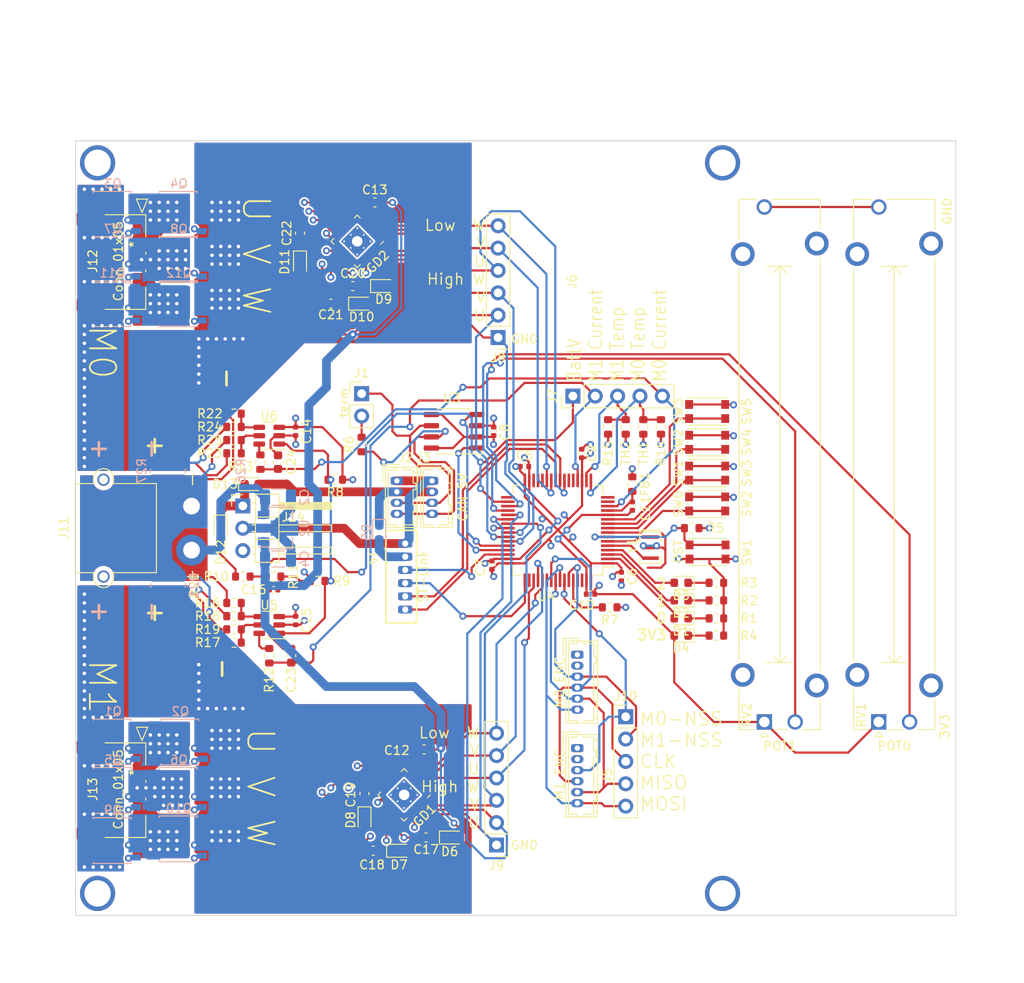
<source format=kicad_pcb>
(kicad_pcb (version 20211014) (generator pcbnew)
  (layers (0 "F.Cu" signal) (1 "In1.Cu" signal) (2 "In2.Cu" signal) (31 "B.Cu" signal) (34 "B.Paste" user) (35 "F.Paste" user) (36 "B.SilkS" user "B.Silkscreen") (37 "F.SilkS" user "F.Silkscreen") (38 "B.Mask" user) (39 "F.Mask" user) (44 "Edge.Cuts" user))
  (net 0 "")
  (net 1 "GNDPWR")
  (net 2 "+15V")
  (net 3 "+5V")
  (net 4 "Net-(C11-Pad2)")
  (net 5 "/M1_W")
  (net 6 "Net-(C12-Pad1)")
  (net 7 "/M1_V")
  (net 8 "Net-(C13-Pad1)")
  (net 9 "/M1_U")
  (net 10 "Net-(C18-Pad2)")
  (net 11 "/M0_W")
  (net 12 "Net-(C21-Pad2)")
  (net 13 "/M0_V")
  (net 14 "Net-(C22-Pad2)")
  (net 15 "/M1_UL")
  (net 16 "/M1_VL")
  (net 17 "/M1_WL")
  (net 21 "Net-(GD1-Pad9)")
  (net 22 "Net-(GD1-Pad10)")
  (net 23 "Net-(GD1-Pad11)")
  (net 24 "Net-(GD1-Pad13)")
  (net 25 "Net-(GD1-Pad16)")
  (net 26 "Net-(GD1-Pad19)")
  (net 28 "/M1_UH")
  (net 29 "/M1_VH")
  (net 30 "/M1_WH")
  (net 31 "/M0_UL")
  (net 32 "/M0_VL")
  (net 33 "/M0_WL")
  (net 37 "Net-(GD2-Pad9)")
  (net 38 "Net-(GD2-Pad10)")
  (net 39 "Net-(GD2-Pad11)")
  (net 40 "Net-(GD2-Pad13)")
  (net 41 "Net-(GD2-Pad16)")
  (net 42 "Net-(GD2-Pad19)")
  (net 44 "/M0_UH")
  (net 45 "/M0_VH")
  (net 46 "/M0_WH")
  (net 47 "+BATT")
  (net 48 "/M0_U")
  (net 49 "Net-(C17-Pad2)")
  (net 50 "Net-(D1-Pad1)")
  (net 51 "Net-(C19-Pad2)")
  (net 52 "Net-(D2-Pad1)")
  (net 53 "Net-(C20-Pad2)")
  (net 54 "Net-(D3-Pad1)")
  (net 55 "Net-(D4-Pad1)")
  (net 56 "/POT_0")
  (net 57 "/POT_1")
  (net 58 "/SW0")
  (net 59 "/SW1")
  (net 60 "/M1_CS")
  (net 61 "/M0_CS")
  (net 62 "Net-(D5-Pad2)")
  (net 63 "/CAN_L")
  (net 68 "/SW2")
  (net 69 "/SW3")
  (net 70 "unconnected-(U4-Pad40)")
  (net 71 "/CAN_H")
  (net 72 "/SWDIO")
  (net 73 "/SWCLK")
  (net 74 "/UART1_TX")
  (net 77 "/UART1_RX")
  (net 78 "/NSS_ENC0")
  (net 79 "/NRST")
  (net 80 "+3V3")
  (net 81 "GND")
  (net 82 "/LED_0")
  (net 83 "/LED_1")
  (net 84 "/LED_2")
  (net 85 "/OSC_IN")
  (net 86 "/OSC_OUT")
  (net 87 "Net-(J1-Pad2)")
  (net 88 "/M0_V_CS")
  (net 89 "/M0_W_CS")
  (net 90 "/TEMP_0")
  (net 91 "/M1_V_CS")
  (net 92 "/M1_W_CS")
  (net 93 "/BATT_V_SENS")
  (net 94 "/SPI_CLK")
  (net 95 "/SPI_MISO")
  (net 96 "/SPI_MOSI")
  (net 99 "/NSS_ENC1")
  (net 100 "Net-(R7-Pad2)")
  (net 101 "/CAN_TX")
  (net 102 "/CAN_RX")
  (net 103 "/TEMP_1")
  (net 104 "Net-(J12-Pad4)")
  (net 105 "Net-(J13-Pad4)")
  (net 106 "/3V3_HARF_REF")
  (net 107 "Net-(R12-Pad2)")
  (net 108 "Net-(R13-Pad2)")
  (net 109 "/M1_CSH")
  (net 110 "/M1_CSL")
  (net 111 "/M0_CSH")
  (net 112 "/M0_CSL")
  (net 113 "Net-(D12-Pad1)")
  (footprint "Capacitor_SMD:C_0402_1005Metric" (layer "F.Cu") (at 62.300201 69.21 -90)
    (fp_text reference "C7")
    (fp_text value "0.1u")
  )
  (footprint "Resistor_SMD:R_0603_1608Metric" (layer "F.Cu") (at 78.25 60 -90)
    (fp_text reference "FB1")
    (fp_text value "FB100")
  )
  (footprint "Connector_Hirose:Hirose_DF13-04P-1.25DSA_1x04_P1.25mm_Vertical" (layer "F.Cu") (at 51.5 59.625 -90)
    (fp_text reference "J2")
    (fp_text value "Conn_01x04")
  )
  (footprint "Resistor_SMD:R_0603_1608Metric" (layer "F.Cu") (at 85 65)
    (fp_text reference "R5")
    (fp_text value "1k")
  )
  (footprint "Resistor_SMD:R_0603_1608Metric" (layer "F.Cu") (at 34 70.5)
    (fp_text reference "R10")
    (fp_text value "10k")
  )
  (footprint "Capacitor_SMD:C_0603_1608Metric" (layer "F.Cu") (at 40.5 31.5 -90)
    (fp_text reference "C22")
    (fp_text value "1u")
  )
  (footprint "Connector_Hirose:Hirose_DF13-06P-1.25DSA_1x06_P1.25mm_Vertical" (layer "F.Cu") (at 72 79.375 -90)
    (fp_text reference "J6")
    (fp_text value "Conn_01x06")
  )
  (footprint "Resistor_SMD:R_0603_1608Metric" (layer "F.Cu") (at 87.800201 73.21 180)
    (fp_text reference "R2")
    (fp_text value "4.7k")
  )
  (footprint "Resistor_SMD:R_0603_1608Metric" (layer "F.Cu") (at 36 57.5 90)
    (fp_text reference "R13")
    (fp_text value "100")
  )
  (footprint "LED_SMD:LED_0603_1608Metric" (layer "F.Cu") (at 83.800201 73.21 180)
    (fp_text reference "D2")
    (fp_text value "LED")
  )
  (footprint "Capacitor_SMD:C_0603_1608Metric" (layer "F.Cu") (at 44 39.5)
    (fp_text reference "C21")
    (fp_text value "1u")
  )
  (footprint "Button_Switch_SMD:SW_Push_1P1T_NO_CK_KMR2" (layer "F.Cu") (at 86.75 55.25)
    (fp_text reference "SW4")
    (fp_text value "SW_Push")
  )
  (footprint "Potentiometer_THT:Potentiometer_Bourns_PTA4543_Single_Slide" (layer "F.Cu") (at 106.25 87.02 90)
    (fp_text reference "RV1")
    (fp_text value "R_Potentiometer")
  )
  (footprint "Connector_PinHeader_2.54mm:PinHeader_1x05_P2.54mm_Vertical" (layer "F.Cu") (at 77.5 86.425)
    (fp_text reference "J10")
    (fp_text value "Conn_01x05")
  )
  (footprint "Resistor_SMD:R_0603_1608Metric" (layer "F.Cu") (at 33 55)
    (fp_text reference "R25")
    (fp_text value "100")
  )
  (footprint "Resistor_SMD:R_0815_2038Metric" (layer "F.Cu") (at 25.5 58.5 90)
    (fp_text reference "R26")
    (fp_text value "10m")
  )
  (footprint "Capacitor_SMD:C_0402_1005Metric" (layer "F.Cu") (at 37.5 72 180)
    (fp_text reference "C16")
    (fp_text value "0.1u")
  )
  (footprint "Capacitor_SMD:C_0402_1005Metric" (layer "F.Cu") (at 40 75.5 90)
    (fp_text reference "C15")
    (fp_text value "0.1u")
  )
  (footprint "Button_Switch_SMD:SW_Push_1P1T_NO_CK_KMR2" (layer "F.Cu") (at 86.75 51.75)
    (fp_text reference "SW5")
    (fp_text value "SW_Push")
  )
  (footprint "Package_SO:SO-8_3.9x4.9mm_P1.27mm" (layer "F.Cu") (at 58 54 180)
    (fp_text reference "U3")
    (fp_text value "MAX3051")
  )
  (footprint "Diode_SMD:D_0603_1608Metric" (layer "F.Cu") (at 35 60)
    (fp_text reference "D13")
    (fp_text value "D")
  )
  (footprint "Diode_SMD:D_0603_1608Metric" (layer "F.Cu") (at 47.825 98.15 -90)
    (fp_text reference "D8")
    (fp_text value "D")
  )
  (footprint "user:2053380003" (layer "F.Cu") (at 22.55 32.7715 90)
    (fp_text reference "J12")
    (fp_text value "Conn_01x05")
  )
  (footprint "Diode_SMD:D_0603_1608Metric" (layer "F.Cu") (at 47.5 39.5)
    (fp_text reference "D10")
    (fp_text value "D")
  )
  (footprint "Resistor_SMD:R_0603_1608Metric" (layer "F.Cu") (at 33 56.5)
    (fp_text reference "R23")
    (fp_text value "100")
  )
  (footprint "Connector_PinHeader_2.54mm:PinHeader_1x03_P2.54mm_Horizontal" (layer "F.Cu") (at 34 62.475)
    (fp_text reference "J14")
    (fp_text value "Conn_01x03")
  )
  (footprint "Package_DFN_QFN:QFN-24-1EP_4x4mm_P0.5mm_EP2.6x2.6mm_ThermalVias" (layer "F.Cu") (at 47 32.419239 -135)
    (fp_text reference "GD2")
    (fp_text value "FD6288Q")
  )
  (footprint "Capacitor_SMD:C_0402_1005Metric" (layer "F.Cu") (at 72.5 56.52 -90)
    (fp_text reference "C9")
    (fp_text value "0.1u")
  )
  (footprint "LED_SMD:LED_0603_1608Metric" (layer "F.Cu") (at 83.800201 75.25 180)
    (fp_text reference "D1")
    (fp_text value "LED")
  )
  (footprint "Package_TO_SOT_SMD:TSOT-23-6" (layer "F.Cu") (at 37 76 180)
    (fp_text reference "U5")
    (fp_text value "INA199")
  )
  (footprint "Capacitor_SMD:C_0402_1005Metric" (layer "F.Cu") (at 66 58 180)
    (fp_text reference "C5")
    (fp_text value "0.1u")
  )
  (footprint "Capacitor_SMD:C_0402_1005Metric" (layer "F.Cu") (at 78.25 62.5 90)
    (fp_text reference "C11")
    (fp_text value "0.1u")
  )
  (footprint "Resistor_SMD:R_0603_1608Metric" (layer "F.Cu") (at 77.5 53.5 90)
    (fp_text reference "TH2")
    (fp_text value "Thermistor")
  )
  (footprint "Connector_AMASS:AMASS_XT30PW-M_1x02_P2.50mm_Horizontal" (layer "F.Cu") (at 28.175 62.5 90)
    (fp_text reference "J11")
    (fp_text value "Conn_01x02")
  )
  (footprint "Connector_Hirose:Hirose_DF13-06P-1.25DSA_1x06_P1.25mm_Vertical" (layer "F.Cu") (at 72 90 -90)
    (fp_text reference "J5")
    (fp_text value "Conn_01x06")
  )
  (footprint "Capacitor_SMD:C_0603_1608Metric" (layer "F.Cu") (at 54.6 90.15)
    (fp_text reference "C12")
    (fp_text value "0.1u")
  )
  (footprint "Capacitor_SMD:C_0402_1005Metric" (layer "F.Cu") (at 73.5 72.5)
    (fp_text reference "C10")
    (fp_text value "0.1u")
  )
  (footprint "Diode_SMD:D_0603_1608Metric" (layer "F.Cu") (at 57.825 100.15)
    (fp_text reference "D6")
    (fp_text value "D")
  )
  (footprint "Resistor_SMD:R_0603_1608Metric" (layer "F.Cu") (at 79.5 53.5 90)
    (fp_text reference "TH1")
    (fp_text value "Thermistor")
  )
  (footprint "Resistor_SMD:R_0603_1608Metric" (layer "F.Cu") (at 87.800201 77.21 180)
    (fp_text reference "R4")
    (fp_text value "4.7k")
  )
  (footprint "Button_Switch_SMD:SW_Push_1P1T_NO_CK_KMR2" (layer "F.Cu") (at 86.75 58.75)
    (fp_text reference "SW3")
    (fp_text value "SW_Push")
  )
  (footprint "Resistor_SMD:R_0603_1608Metric" (layer "F.Cu") (at 33 53.5)
    (fp_text reference "R24")
    (fp_text value "100")
  )
  (footprint "Resistor_SMD:R_0603_1608Metric" (layer "F.Cu") (at 33 73.5)
    (fp_text reference "R16")
    (fp_text value "100")
  )
  (footprint "Resistor_SMD:R_0603_1608Metric" (layer "F.Cu") (at 87.800201 71.21 180)
    (fp_text reference "R3")
    (fp_text value "4.7k")
  )
  (footprint "Capacitor_SMD:C_0603_1608Metric" (layer "F.Cu") (at 38 57.5 -90)
    (fp_text reference "C24")
    (fp_text value "1u")
  )
  (footprint "Potentiometer_THT:Potentiometer_Bourns_PTA4543_Single_Slide" (layer "F.Cu") (at 93.25 87.02 90)
    (fp_text reference "RV2")
    (fp_text value "R_Potentiometer")
  )
  (footprint "Connector_PinHeader_2.54mm:PinHeader_1x02_P2.54mm_Vertical" (layer "F.Cu") (at 47.5 49.725)
    (fp_text reference "J1")
    (fp_text value "Conn_01x02")
  )
  (footprint "LED_SMD:LED_0603_1608Metric" (layer "F.Cu") (at 83.800201 77.21 180)
    (fp_text reference "D4")
    (fp_text value "LED")
  )
  (footprint "Button_Switch_SMD:SW_Push_1P1T_NO_CK_KMR2" (layer "F.Cu") (at 86.800201 67.71 180)
    (fp_text reference "SW1")
    (fp_text value "SW_Push")
  )
  (footprint "Resistor_SMD:R_0603_1608Metric" (layer "F.Cu") (at 33 76.5)
    (fp_text reference "R19")
    (fp_text value "100")
  )
  (footprint "Diode_SMD:D_0603_1608Metric" (layer "F.Cu") (at 51.825 101.65)
    (fp_text reference "D7")
    (fp_text value "D")
  )
  (footprint "Resistor_SMD:R_0603_1608Metric" (layer "F.Cu") (at 33 78)
    (fp_text reference "R17")
    (fp_text value "100")
  )
  (footprint "Connector_PinHeader_2.54mm:PinHeader_1x06_P2.54mm_Vertical" (layer "F.Cu") (at 63 43.35 180)
    (fp_text reference "J8")
    (fp_text value "Conn_01x06")
  )
  (footprint "Resistor_SMD:R_0603_1608Metric" (layer "F.Cu") (at 75.5 53.5 -90)
    (fp_text reference "R15")
    (fp_text value "10k")
  )
  (footprint "Crystal:Resonator_SMD_Murata_CSTxExxV-3Pin_3.0x1.1mm" (layer "F.Cu") (at 80.300201 67.21 -90)
    (fp_text reference "Y1")
    (fp_text value "Resonator")
  )
  (footprint "Diode_SMD:D_0603_1608Metric" (layer "F.Cu") (at 40.5 35 -90)
    (fp_text reference "D11")
    (fp_text value "D")
  )
  (footprint "Capacitor_SMD:C_0603_1608Metric" (layer "F.Cu") (at 46.5 37.5)
    (fp_text reference "C20")
    (fp_text value "1u")
  )
  (footprint "Resistor_SMD:R_0603_1608Metric" (layer "F.Cu") (at 37 79.5 90)
    (fp_text reference "R12")
    (fp_text value "100")
  )
  (footprint "Resistor_SMD:R_0815_2038Metric" (layer "F.Cu") (at 25.5 71.5 -90)
    (fp_text reference "R20")
    (fp_text value "10m")
  )
  (footprint "Package_QFP:LQFP-64_10x10mm_P0.5mm" (layer "F.Cu") (at 69.790201 65.25 180)
    (fp_text reference "U4")
    (fp_text value "~")
  )
  (footprint "Resistor_SMD:R_0603_1608Metric" (layer "F.Cu") (at 37.5 70.5)
    (fp_text reference "R11")
    (fp_text value "1k")
  )
  (footprint "Diode_SMD:D_0603_1608Metric" (layer "F.Cu") (at 31.5 65 -90)
    (fp_text reference "D12")
    (fp_text value "D")
  )
  (footprint "Capacitor_SMD:C_0603_1608Metric" (layer "F.Cu") (at 49 28)
    (fp_text reference "C13")
    (fp_text value "0.1u")
  )
  (footprint "Connector_PinHeader_2.54mm:PinHeader_1x05_P2.54mm_Vertical" (layer "F.Cu") (at 71.5 50 90)
    (fp_text reference "J7")
    (fp_text value "Conn_01x05")
  )
  (footprint "Resistor_SMD:R_0603_1608Metric" (layer "F.Cu") (at 47.5 55.5 90)
    (fp_text reference "R6")
    (fp_text value "120")
  )
  (footprint "Package_DFN_QFN:QFN-24-1EP_4x4mm_P0.5mm_EP2.6x2.6mm_ThermalVias" (layer "F.Cu") (at 52.325 95.3 -135)
    (fp_text reference "GD1")
    (fp_text value "FD6288Q")
  )
  (footprint "Connector_PinHeader_2.54mm:PinHeader_1x06_P2.54mm_Vertical" (layer "F.Cu") (at 62.825 101 180)
    (fp_text reference "J9")
    (fp_text value "Conn_01x06")
  )
  (footprint "Resistor_SMD:R_0603_1608Metric" (layer "F.Cu") (at 44.5 59.5 180)
    (fp_text reference "R8")
    (fp_text value "100")
  )
  (footprint "Connector_Hirose:Hirose_DF13-04P-1.25DSA_1x04_P1.25mm_Vertical" (layer "F.Cu") (at 55.5 59.625 -90)
    (fp_text reference "J3")
    (fp_text value "Conn_01x04")
  )
  (footprint "Capacitor_SMD:C_0603_1608Metric" (layer "F.Cu") (at 47.825 95.15 -90)
    (fp_text reference "C19")
    (fp_text value "1u")
  )
  (footprint "Resistor_SMD:R_0603_1608Metric" (layer "F.Cu") (at 42.5 71 180)
    (fp_text reference "R9")
    (fp_text value "100")
  )
  (footprint "Resistor_SMD:R_0603_1608Metric" (layer "F.Cu") (at 87.800201 75.25 180)
    (fp_text reference "R1")
    (fp_text value "4.7k")
  )
  (footprint "Package_TO_SOT_SMD:TSOT-23-6" (layer "F.Cu") (at 37 54.5 180)
    (fp_text reference "U6")
    (fp_text value "INA199")
  )
  (footprint "LED_SMD:LED_0603_1608Metric" (layer "F.Cu") (at 83.800201 71.21 180)
    (fp_text reference "D3")
    (fp_text value "LED")
  )
  (footprint "user:ZH_B6B-ZR" (layer "F.Cu") (at 52.45 66.75 -90)
    (fp_text reference "J4")
    (fp_text value "Conn_01x06")
  )
  (footprint "Capacitor_SMD:C_0402_1005Metric" (layer "F.Cu") (at 77 70.5 90)
    (fp_text reference "C6")
    (fp_text value "0.1u")
  )
  (footprint "Capacitor_SMD:C_0402_1005Metric" (layer "F.Cu") (at 62.5 54 90)
    (fp_text reference "C8")
    (fp_text value "0.1u")
  )
  (footprint "Resistor_SMD:R_0603_1608Metric" (layer "F.Cu") (at 33 75)
    (fp_text reference "R18")
    (fp_text value "100")
  )
  (footprint "Diode_SMD:D_0603_1608Metric" (layer "F.Cu") (at 50 37.5)
    (fp_text reference "D9")
    (fp_text value "D")
  )
  (footprint "Resistor_SMD:R_0603_1608Metric" (layer "F.Cu") (at 81.5 53.5 -90)
    (fp_text reference "R14")
    (fp_text value "10k")
  )
  (footprint "Resistor_SMD:R_0603_1608Metric" (layer "F.Cu") (at 75.675 74 180)
    (fp_text reference "R7")
    (fp_text value "1k")
  )
  (footprint "Capacitor_SMD:C_0603_1608Metric" (layer "F.Cu") (at 48.825 101.65)
    (fp_text reference "C18")
    (fp_text value "1u")
  )
  (footprint "Capacitor_SMD:C_0402_1005Metric" (layer "F.Cu") (at 40 54 90)
    (fp_text reference "C14")
    (fp_text value "0.1u")
  )
  (footprint "Resistor_SMD:R_0603_1608Metric" (layer "F.Cu") (at 33 52)
    (fp_text reference "R22")
    (fp_text value "100")
  )
  (footprint "Capacitor_SMD:C_0603_1608Metric" (layer "F.Cu") (at 54.825 100.15)
    (fp_text reference "C17")
    (fp_text value "1u")
  )
  (footprint "Capacitor_SMD:C_0603_1608Metric" (layer "F.Cu") (at 39.5 79.5 -90)
    (fp_text reference "C23")
    (fp_text value "1u")
  )
  (footprint "user:2053380003" (layer "F.Cu") (at 22.55 92.7715 90)
    (fp_text reference "J13")
    (fp_text value "Conn_01x05")
  )
  (footprint "Button_Switch_SMD:SW_Push_1P1T_NO_CK_KMR2" (layer "F.Cu") (at 86.75 62.25)
    (fp_text reference "SW2")
    (fp_text value "SW_Push")
  )
  (footprint "Resistor_SMD:R_0815_2038Metric" (layer "B.Cu") (at 25.5 58.5 -90)
    (fp_text reference "R27")
    (fp_text value "10m")
  )
  (footprint "Package_TO_SOT_SMD:SOT-89-3" (layer "B.Cu") (at 38 65)
    (fp_text reference "U2")
    (fp_text value "L78L15_SOT89")
  )
  (footprint "Package_TO_SOT_SMD:LFPAK56" (layer "B.Cu") (at 26.5 100.3 180)
    (fp_text reference "Q10")
    (fp_text value "IRF8721PBF-1")
  )
  (footprint "Package_TO_SOT_SMD:LFPAK56" (layer "B.Cu") (at 19 94.8 180)
    (fp_text reference "Q5")
    (fp_text value "IRF8721PBF-1")
  )
  (footprint "Diode_SMD:D_0603_1608Metric" (layer "B.Cu") (at 49.5 65.5 -90)
    (fp_text reference "D5")
    (fp_text value "D")
  )
  (footprint "Package_TO_SOT_SMD:LFPAK56" (layer "B.Cu") (at 26.665 89.3 180)
    (fp_text reference "Q2")
    (fp_text value "IRF8721PBF-1")
  )
  (footprint "Package_TO_SOT_SMD:LFPAK56" (layer "B.Cu") (at 26.5 29.35 180)
    (fp_text reference "Q4")
    (fp_text value "IRF8721PBF-1")
  )
  (footprint "Capacitor_SMD:C_1206_3216Metric" (layer "B.Cu") (at 38 68.5 180)
    (fp_text reference "C4")
    (fp_text value "4.7u")
  )
  (footprint "Package_TO_SOT_SMD:LFPAK56" (layer "B.Cu") (at 19 100.5 180)
    (fp_text reference "Q9")
    (fp_text value "IRF8721PBF-1")
  )
  (footprint "Package_TO_SOT_SMD:LFPAK56" (layer "B.Cu") (at 19 34.5 180)
    (fp_text reference "Q7")
    (fp_text value "IRF8721PBF-1")
  )
  (footprint "Package_TO_SOT_SMD:LFPAK56" (layer "B.Cu") (at 26.5 34.5 180)
    (fp_text reference "Q8")
    (fp_text value "IRF8721PBF-1")
  )
  (footprint "Package_TO_SOT_SMD:LFPAK56" (layer "B.Cu") (at 19 89.3 180)
    (fp_text reference "Q1")
    (fp_text value "IRF8721PBF-1")
  )
  (footprint "Capacitor_SMD:C_1206_3216Metric" (layer "B.Cu") (at 38 61.5 180)
    (fp_text reference "C2")
    (fp_text value "4.7u")
  )
  (footprint "Package_TO_SOT_SMD:LFPAK56" (layer "B.Cu") (at 19 29.35 180)
    (fp_text reference "Q3")
    (fp_text value "IRF8721PBF-1")
  )
  (footprint "Package_TO_SOT_SMD:LFPAK56" (layer "B.Cu") (at 26.5 94.8 180)
    (fp_text reference "Q6")
    (fp_text value "IRF8721PBF-1")
  )
  (footprint "Package_TO_SOT_SMD:LFPAK56" (layer "B.Cu") (at 26.5 39.5 180)
    (fp_text reference "Q12")
    (fp_text value "IRF8721PBF-1")
  )
  (footprint "Package_TO_SOT_SMD:LFPAK56" (layer "B.Cu") (at 18.935 39.5 180)
    (fp_text reference "Q11")
    (fp_text value "IRF8721PBF-1")
  )
  (footprint "Resistor_SMD:R_0815_2038Metric" (layer "B.Cu") (at 25.5 71.5 90)
    (fp_text reference "R21")
    (fp_text value "10m")
  )
  (gr_rect (start 15 21) (end 115 109) (layer "Edge.Cuts") (width 0.1) (fill none))
  (gr_text "-" (at 23.5 74.5 90) (layer "B.SilkS") (effects (font (size 2 2) (thickness 0.3))))
  (gr_text "+" (at 17.5 56 90) (layer "B.SilkS") (effects (font (size 2 2) (thickness 0.3))))
  (gr_text "+" (at 17.5 74.5 90) (layer "B.SilkS") (effects (font (size 2 2) (thickness 0.3))))
  (gr_text "-" (at 23.5 56 90) (layer "B.SilkS") (effects (font (size 2 2) (thickness 0.3))))
  (gr_text "BattV\nM1 Current\nM1 Temp\nM0 Temp\nM0 Current" (at 76.5 48.5 90) (layer "F.SilkS") (effects (font (size 1.5 1.27)) (justify left)))
  (gr_text "+" (at 24 74.5) (layer "F.SilkS") (effects (font (size 2 2) (thickness 0.3))))
  (gr_text "SW0" (at 83.5 62.25 90) (layer "F.SilkS") (effects (font (size 1 1))))
  (gr_text "SW2" (at 83.5 55.25 90) (layer "F.SilkS") (effects (font (size 1 1))))
  (gr_text "GND" (at 66 101) (layer "F.SilkS") (effects (font (size 1 1))))
  (gr_text "-" (at 31.5 81 90) (layer "F.SilkS") (effects (font (size 2 2) (thickness 0.3))))
  (gr_text "U V W" (at 35.5 34 270) (layer "F.SilkS") (effects (font (size 3 3) (thickness 0.2))))
  (gr_text "M0-NSS\nM1-NSS\nCLK\nMISO\nMOSI" (at 79 91.5) (layer "F.SilkS") (effects (font (size 1.5 1.5)) (justify left)))
  (gr_text "SW1" (at 83.5 58.75 90) (layer "F.SilkS") (effects (font (size 1 1))))
  (gr_text "CAN 5V" (at 59 61.5 90) (layer "F.SilkS") (effects (font (size 1 1))))
  (gr_text "M0 ENC" (at 70 82.5 90) (layer "F.SilkS") (effects (font (size 1 1))))
  (gr_text "U V W" (at 36 94.5 270) (layer "F.SilkS") (effects (font (size 3 3) (thickness 0.2))))
  (gr_text "ST-Link" (at 54.5 70.5 90) (layer "F.SilkS") (effects (font (size 1 1))))
  (gr_text "Low  W\n     V\n     U\nHigh W\n     V\n     U" (at 61 93.35) (layer "F.SilkS") (effects (font (size 1.27 1.27)) (justify right)))
  (gr_text "+" (at 24 55.5) (layer "F.SilkS") (effects (font (size 2 2) (thickness 0.3))))
  (gr_text "3V3" (at 113.75 87.5 90) (layer "F.SilkS") (effects (font (size 1 1))))
  (gr_text "-" (at 32 48 90) (layer "F.SilkS") (effects (font (size 2 2) (thickness 0.3))))
  (gr_text "GND" (at 66 43.5) (layer "F.SilkS") (effects (font (size 1 1))))
  (gr_text "SW3" (at 83.5 51.75 90) (layer "F.SilkS") (effects (font (size 1 1))))
  (gr_text "RST" (at 83.5 67.66 90) (layer "F.SilkS") (effects (font (size 1 1))))
  (gr_text "term" (at 45.5 50.75 90) (layer "F.SilkS") (effects (font (size 1 1))))
  (gr_text "Low  W\n     V\n     U\nHigh W\n     V\n     U" (at 61.67 35.7) (layer "F.SilkS") (effects (font (size 1.27 1.27)) (justify right)))
  (gr_text "POT1" (at 95 89.75) (layer "F.SilkS") (effects (font (size 1 1))))
  (gr_text "M1" (at 18 83 270) (layer "F.SilkS") (effects (font (size 3 3) (thickness 0.2))))
  (gr_text "GND" (at 114 29 90) (layer "F.SilkS") (effects (font (size 1 1))))
  (gr_text "M1 ENC" (at 70 93 90) (layer "F.SilkS") (effects (font (size 1 1))))
  (gr_text "2\n1\n0\n3V3" (at 82.25 74.25) (layer "F.SilkS") (effects (font (size 1.2 1.2) (thickness 0.2)) (justify right)))
  (gr_text "POT0" (at 108 89.75) (layer "F.SilkS") (effects (font (size 1 1))))
  (gr_text "M0" (at 18 45 270) (layer "F.SilkS") (effects (font (size 3 3) (thickness 0.2))))
  (via (at 88.5 106.5) (size 4) (drill 3) (layers "F.Cu" "B.Cu") (net 0))
  (via (at 17.5 23.5) (size 4) (drill 3) (layers "F.Cu" "B.Cu") (net 0))
  (via (at 88.5 23.5) (size 4) (drill 3) (layers "F.Cu" "B.Cu") (net 0))
  (via (at 17.5 106.5) (size 4) (drill 3) (layers "F.Cu" "B.Cu") (net 0))
  (segment (start 30.5 58) (end 30.5 56.675) (width 0.25) (layer "F.Cu") (net 1))
  (segment (start 31.5 76.5) (end 32.175 76.5) (width 0.25) (layer "F.Cu") (net 1))
  (segment (start 30.2245 75.2245) (end 31.5 76.5) (width 0.25) (layer "F.Cu") (net 1))
  (segment (start 30.5 56.675) (end 32.175 55) (width 0.25) (layer "F.Cu") (net 1))
  (segment (start 30.2245 74.5) (end 30.2245 75.2245) (width 0.25) (layer "F.Cu") (net 1))
  (via (at 30.5 58) (size 0.8) (drill 0.4) (layers "F.Cu" "B.Cu") (net 1))
  (via (at 30.2245 74.5) (size 0.8) (drill 0.4) (layers "F.Cu" "B.Cu") (net 1))
  (segment (start 30.2245 71.699894) (end 29.087106 70.5625) (width 0.25) (layer "B.Cu") (net 1))
  (segment (start 29.087106 70.5625) (end 25.5 70.5625) (width 0.25) (layer "B.Cu") (net 1))
  (segment (start 30.5 58) (end 29.0625 59.4375) (width 0.25) (layer "B.Cu") (net 1))
  (segment (start 30.2245 74.5) (end 30.2245 71.699894) (width 0.25) (layer "B.Cu") (net 1))
  (segment (start 29.0625 59.4375) (end 25.5 59.4375) (width 0.25) (layer "B.Cu") (net 1))
  (segment (start 58 98.5) (end 58.6125 99.1125) (width 0.25) (layer "F.Cu") (net 2))
  (segment (start 46.5 43) (end 48.2875 41.2125) (width 0.25) (layer "F.Cu") (net 2))
  (segment (start 49.775 28) (end 51 28) (width 0.25) (layer "F.Cu") (net 2))
  (segment (start 58.6125 99.1125) (end 58.6125 100.15) (width 0.25) (layer "F.Cu") (net 2))
  (segment (start 47.325 102.65) (end 51.6125 102.65) (width 0.25) (layer "F.Cu") (net 2))
  (segment (start 47.825 98.9375) (end 47.27548 99.48702) (width 0.25) (layer "F.Cu") (net 2))
  (segment (start 55.375 90.15) (end 55.375 91.896447) (width 0.25) (layer "F.Cu") (net 2))
  (segment (start 56.35 90.15) (end 56.5 90) (width 0.25) (layer "F.Cu") (net 2))
  (segment (start 58.6125 100.15) (end 57.1125 101.65) (width 0.25) (layer "F.Cu") (net 2))
  (segment (start 51.6125 102.65) (end 52.6125 101.65) (width 0.25) (layer "F.Cu") (net 2))
  (segment (start 47.27548 99.48702) (end 47.27548 102.60048) (width 0.25) (layer "F.Cu") (net 2))
  (segment (start 47.27548 102.60048) (end 47.325 102.65) (width 0.25) (layer "F.Cu") (net 2))
  (segment (start 49.775 28) (end 49.775 29.290686) (width 0.25) (layer "F.Cu") (net 2))
  (segment (start 46.5 43) (end 43.5 43) (width 0.25) (layer "F.Cu") (net 2))
  (segment (start 55.375 90.15) (end 56.35 90.15) (width 0.25) (layer "F.Cu") (net 2))
  (segment (start 40.5 40) (end 40.5 35.7875) (width 0.25) (layer "F.Cu") (net 2))
  (segment (start 43.5 43) (end 40.5 40) (width 0.25) (layer "F.Cu") (net 2))
  (segment (start 48.2875 41.2125) (end 48.2875 39.5) (width 0.25) (layer "F.Cu") (net 2))
  (segment (start 50.7875 38.7125) (end 50 39.5) (width 0.25) (layer "F.Cu") (net 2))
  (segment (start 50 39.5) (end 48.2875 39.5) (width 0.25) (layer "F.Cu") (net 2))
  (segment (start 49.775 29.290686) (end 48.193243 30.872443) (width 0.25) (layer "F.Cu") (net 2))
  (segment (start 50.7875 37.5) (end 50.7875 38.7125) (width 0.25) (layer "F.Cu") (net 2))
  (segment (start 57.1125 101.65) (end 52.6125 101.65) (width 0.25) (layer "F.Cu") (net 2))
  (segment (start 55.375 91.896447) (end 53.518243 93.753204) (width 0.25) (layer "F.Cu") (net 2))
  (via (at 46.5 43) (size 0.8) (drill 0.4) (layers "F.Cu" "B.Cu") (net 2))
  (via (at 51 28) (size 0.8) (drill 0.4) (layers "F.Cu" "B.Cu") (net 2))
  (via (at 56.5 90) (size 0.8) (drill 0.4) (layers "F.Cu" "B.Cu") (net 2))
  (via (at 58 98.5) (size 0.8) (drill 0.4) (layers "F.Cu" "B.Cu") (net 2))
  (segment (start 52 29) (end 51 28) (width 0.25) (layer "B.Cu") (net 2))
  (segment (start 43.5 83) (end 36.525 76.025) (width 1) (layer "B.Cu") (net 2))
  (segment (start 43.5 46) (end 43.5 49) (width 1) (layer "B.Cu") (net 2))
  (segment (start 56.5 90) (end 56.5 86) (width 1) (layer "B.Cu") (net 2))
  (segment (start 56.5 86) (end 53.5 83) (width 1) (layer "B.Cu") (net 2))
  (segment (start 49 43) (end 52 40) (width 0.25) (layer "B.Cu") (net 2))
  (segment (start 36.525 76.025) (end 36.525 71.525) (width 1) (layer "B.Cu") (net 2))
  (segment (start 42.5 61) (end 42.5 70) (width 1) (layer "B.Cu") (net 2))
  (segment (start 36.525 66.675) (end 36.35 66.5) (width 1) (layer "B.Cu") (net 2))
  (segment (start 36.525 68.5) (end 36.525 66.675) (width 1) (layer "B.Cu") (net 2))
  (segment (start 46.5 43) (end 49 43) (width 0.25) (layer "B.Cu") (net 2))
  (segment (start 40.975 71.525) (end 36.525 71.525) (width 1) (layer "B.Cu") (net 2))
  (segment (start 41.5 60) (end 42.5 61) (width 1) (layer "B.Cu") (net 2))
  (segment (start 53.5 83) (end 43.5 83) (width 1) (layer "B.Cu") (net 2))
  (segment (start 42.5 70) (end 40.975 71.525) (width 1) (layer "B.Cu") (net 2))
  (segment (start 41.5 51) (end 41.5 60) (width 1) (layer "B.Cu") (net 2))
  (segment (start 56.5 97) (end 56.5 90) (width 0.25) (layer "B.Cu") (net 2))
  (segment (start 36.525 68.5) (end 36.525 71.525) (width 1) (layer "B.Cu") (net 2))
  (segment (start 43.5 49) (end 41.5 51) (width 1) (layer "B.Cu") (net 2))
  (segment (start 58 98.5) (end 56.5 97) (width 0.25) (layer "B.Cu") (net 2))
  (segment (start 52 40) (end 52 29) (width 0.25) (layer "B.Cu") (net 2))
  (segment (start 46.5 43) (end 43.5 46) (width 1) (layer "B.Cu") (net 2))
  (segment (start 39.875 60.875) (end 39 60) (width 1) (layer "F.Cu") (net 3))
  (segment (start 39 60) (end 35.7875 60) (width 1) (layer "F.Cu") (net 3))
  (segment (start 55.5 60.875) (end 51.5 60.875) (width 1) (layer "F.Cu") (net 3))
  (segment (start 51.5 60.875) (end 39.875 60.875) (width 1) (layer "F.Cu") (net 3))
  (segment (start 49.5 64.7125) (end 49.5 61.675) (width 1) (layer "B.Cu") (net 3))
  (segment (start 49.5 61.675) (end 50.3 60.875) (width 1) (layer "B.Cu") (net 3))
  (segment (start 50.3 60.875) (end 51.5 60.875) (width 1) (layer "B.Cu") (net 3))
  (segment (start 77.049212 63) (end 78.029212 62.02) (width 0.25) (layer "F.Cu") (net 4))
  (segment (start 78.25 60.825) (end 78.25 62.02) (width 0.25) (layer "F.Cu") (net 4))
  (segment (start 78.029212 62.02) (end 78.25 62.02) (width 0.25) (layer "F.Cu") (net 4))
  (segment (start 75.465201 63) (end 77.049212 63) (width 0.25) (layer "F.Cu") (net 4))
  (segment (start 51.48702 99.31202) (end 51.48702 97.905747) (width 0.25) (layer "F.Cu") (net 5))
  (segment (start 51.48702 97.905747) (end 51.838864 97.553903) (width 0.25) (layer "F.Cu") (net 5))
  (segment (start 54.05 100.15) (end 52.325 100.15) (width 0.25) (layer "F.Cu") (net 5))
  (segment (start 52.325 100.15) (end 51.48702 99.31202) (width 0.25) (layer "F.Cu") (net 5))
  (via (at 52.325 100.15) (size 0.8) (drill 0.4) (layers "F.Cu" "B.Cu") (net 5))
  (via (at 25.5 99.5) (size 0.8) (drill 0.4) (layers "F.Cu" "B.Cu") (net 5))
  (via (at 23.5 100.5) (size 0.8) (drill 0.4) (layers "F.Cu" "B.Cu") (net 5))
  (via (at 24.5 101.5) (size 0.8) (drill 0.4) (layers "F.Cu" "B.Cu") (net 5))
  (via (at 23.5 99.5) (size 0.8) (drill 0.4) (layers "F.Cu" "B.Cu") (net 5))
  (via (at 24.5 100.5) (size 0.8) (drill 0.4) (layers "F.Cu" "B.Cu") (net 5))
  (via (at 25.5 101.5) (size 0.8) (drill 0.4) (layers "F.Cu" "B.Cu") (net 5))
  (via (at 26.5 100.5) (size 0.8) (drill 0.4) (layers "F.Cu" "B.Cu") (net 5))
  (via (at 25.5 100.5) (size 0.8) (drill 0.4) (layers "F.Cu" "B.Cu") (net 5))
  (via (at 26.5 101.5) (size 0.8) (drill 0.4) (layers "F.Cu" "B.Cu") (net 5))
  (via (at 21 101) (size 0.8) (drill 0.4) (layers "F.Cu" "B.Cu") (net 5))
  (via (at 23.5 101.5) (size 0.8) (drill 0.4) (layers "F.Cu" "B.Cu") (net 5))
  (via (at 24.5 99.5) (size 0.8) (drill 0.4) (layers "F.Cu" "B.Cu") (net 5))
  (via (at 26.5 99.5) (size 0.8) (drill 0.4) (layers "F.Cu" "B.Cu") (net 5))
  (segment (start 21.835 100.94) (end 21.06 100.94) (width 0.25) (layer "B.Cu") (net 5))
  (segment (start 21.06 100.94) (end 21 101) (width 0.25) (layer "B.Cu") (net 5))
  (segment (start 53.825 92.032233) (end 52.811136 93.046097) (width 0.25) (layer "F.Cu") (net 6))
  (segment (start 53.825 90.15) (end 44.65 90.15) (width 1) (layer "F.Cu") (net 6))
  (segment (start 53.825 90.15) (end 53.825 92.032233) (width 0.25) (layer "F.Cu") (net 6))
  (segment (start 44.65 90.15) (end 43.5 89) (width 1) (layer "F.Cu") (net 6))
  (segment (start 29.163744 71.988744) (end 29.013342 71.988744) (width 0.25) (layer "F.Cu") (net 6))
  (segment (start 32.175 75) (end 29.163744 71.988744) (width 0.25) (layer "F.Cu") (net 6))
  (segment (start 43.5 89) (end 33.5 89) (width 1) (layer "F.Cu") (net 6))
  (via (at 32.5 88) (size 0.8) (drill 0.4) (layers "F.Cu" "B.Cu") (net 6))
  (via (at 30.5 88) (size 0.8) (drill 0.4) (layers "F.Cu" "B.Cu") (net 6))
  (via (at 31 85.5) (size 0.8) (drill 0.4) (layers "F.Cu" "B.Cu") (net 6))
  (via (at 30.5 89) (size 0.8) (drill 0.4) (layers "F.Cu" "B.Cu") (net 6))
  (via (at 30.5 93.5) (size 0.8) (drill 0.4) (layers "F.Cu" "B.Cu") (net 6))
  (via (at 30.5 99.5) (size 0.8) (drill 0.4) (layers "F.Cu" "B.Cu") (net 6))
  (via (at 31.5 95.5) (size 0.8) (drill 0.4) (layers "F.Cu" "B.Cu") (net 6))
  (via (at 33 85.5) (size 0.8) (drill 0.4) (layers "F.Cu" "B.Cu") (net 6))
  (via (at 32.5 94.5) (size 0.8) (drill 0.4) (layers "F.Cu" "B.Cu") (net 6))
  (via (at 29 82.5) (size 0.8) (drill 0.4) (layers "F.Cu" "B.Cu") (net 6))
  (via (at 29 83.5) (size 0.8) (drill 0.4) (layers "F.Cu" "B.Cu") (net 6))
  (via (at 33.5 100.5) (size 0.8) (drill 0.4) (layers "F.Cu" "B.Cu") (net 6))
  (via (at 33.5 88) (size 0.8) (drill 0.4) (layers "F.Cu" "B.Cu") (net 6))
  (via (at 34 85.5) (size 0.8) (drill 0.4) (layers "F.Cu" "B.Cu") (net 6))
  (via (at 32.5 90) (size 0.8) (drill 0.4) (layers "F.Cu" "B.Cu") (net 6))
  (via (at 29 81.5) (size 0.8) (drill 0.4) (layers "F.Cu" "B.Cu") (net 6))
  (via (at 32.5 93.5) (size 0.8) (drill 0.4) (layers "F.Cu" "B.Cu") (net 6))
  (via (at 28.5 101) (size 0.8) (drill 0.4) (layers "F.Cu" "B.Cu") (net 6))
  (via (at 30.5 90) (size 0.8) (drill 0.4) (layers "F.Cu" "B.Cu") (net 6))
  (via (at 31.5 94.5) (size 0.8) (drill 0.4) (layers "F.Cu" "B.Cu") (net 6))
  (via (at 31.5 100.5) (size 0.8) (drill 0.4) (layers "F.Cu" "B.Cu") (net 6))
  (via (at 29 80.5) (size 0.8) (drill 0.4) (layers "F.Cu" "B.Cu") (net 6))
  (via (at 32.5 95.5) (size 0.8) (drill 0.4) (layers "F.Cu" "B.Cu") (net 6))
  (via (at 33.5 89) (size 0.8) (drill 0.4) (layers "F.Cu" "B.Cu") (net 6))
  (via (at 33.5 90) (size 0.8) (drill 0.4) (layers "F.Cu" "B.Cu") (net 6))
  (via (at 33.5 95.5) (size 0.8) (drill 0.4) (layers "F.Cu" "B.Cu") (net 6))
  (via (at 30 85.5) (size 0.8) (drill 0.4) (layers "F.Cu" "B.Cu") (net 6))
  (via (at 31.5 93.5) (size 0.8) (drill 0.4) (layers "F.Cu" "B.Cu") (net 6))
  (via (at 33.5 94.5) (size 0.8) (drill 0.4) (layers "F.Cu" "B.Cu") (net 6))
  (via (at 29.013342 71.988744) (size 0.8) (drill 0.4) (layers "F.Cu" "B.Cu") (net 6))
  (via (at 30.5 94.5) (size 0.8) (drill 0.4) (layers "F.Cu" "B.Cu") (net 6))
  (via (at 28.5 90) (size 0.8) (drill 0.4) (layers "F.Cu" "B.Cu") (net 6))
  (via (at 32.5 99.5) (size 0.8) (drill 0.4) (layers "F.Cu" "B.Cu") (net 6))
  (via (at 32.5 89) (size 0.8) (drill 0.4) (layers "F.Cu" "B.Cu") (net 6))
  (via (at 31.5 99.5) (size 0.8) (drill 0.4) (layers "F.Cu" "B.Cu") (net 6))
  (via (at 31.5 90) (size 0.8) (drill 0.4) (layers "F.Cu" "B.Cu") (net 6))
  (via (at 29 85.5) (size 0.8) (drill 0.4) (layers "F.Cu" "B.Cu") (net 6))
  (via (at 33.5 93.5) (size 0.8) (drill 0.4) (layers "F.Cu" "B.Cu") (net 6))
  (via (at 31.5 88) (size 0.8) (drill 0.4) (layers "F.Cu" "B.Cu") (net 6))
  (via (at 32 85.5) (size 0.8) (drill 0.4) (layers "F.Cu" "B.Cu") (net 6))
  (via (at 29 84.5) (size 0.8) (drill 0.4) (layers "F.Cu" "B.Cu") (net 6))
  (via (at 28.5 95.5) (size 0.8) (drill 0.4) (layers "F.Cu" "B.Cu") (net 6))
  (via (at 31.5 89) (size 0.8) (drill 0.4) (layers "F.Cu" "B.Cu") (net 6))
  (via (at 30.5 95.5) (size 0.8) (drill 0.4) (layers "F.Cu" "B.Cu") (net 6))
  (via (at 33.5 99.5) (size 0.8) (drill 0.4) (layers "F.Cu" "B.Cu") (net 6))
  (via (at 30.5 100.5) (size 0.8) (drill 0.4) (layers "F.Cu" "B.Cu") (net 6))
  (via (at 32.5 100.5) (size 0.8) (drill 0.4) (layers "F.Cu" "B.Cu") (net 6))
  (segment (start 28.56 100.94) (end 28.5 101) (width 0.25) (layer "B.Cu") (net 6))
  (segment (start 29.335 89.94) (end 28.56 89.94) (width 0.25) (layer "B.Cu") (net 6))
  (segment (start 29.013342 71.988744) (end 28.564586 72.4375) (width 0.25) (layer "B.Cu") (net 6))
  (segment (start 28.564586 72.4375) (end 25.5 72.4375) (width 0.25) (layer "B.Cu") (net 6))
  (segment (start 28.56 95.44) (end 28.5 95.5) (width 0.25) (layer "B.Cu") (net 6))
  (segment (start 29.335 100.94) (end 28.56 100.94) (width 0.25) (layer "B.Cu") (net 6))
  (segment (start 28.56 89.94) (end 28.5 90) (width 0.25) (layer "B.Cu") (net 6))
  (segment (start 29.335 95.44) (end 28.56 95.44) (width 0.25) (layer "B.Cu") (net 6))
  (segment (start 49.86348 99.83652) (end 49.86348 97.407967) (width 0.25) (layer "F.Cu") (net 7))
  (segment (start 48.05 100.45) (end 48.05 101.65) (width 0.25) (layer "F.Cu") (net 7))
  (segment (start 48.05 101.65) (end 49.86348 99.83652) (width 0.25) (layer "F.Cu") (net 7))
  (segment (start 48.5 100) (end 48.05 100.45) (width 0.25) (layer "F.Cu") (net 7))
  (segment (start 49.86348 97.407967) (end 50.778204 96.493243) (width 0.25) (layer "F.Cu") (net 7))
  (via (at 26 94.5) (size 0.8) (drill 0.4) (layers "F.Cu" "B.Cu") (net 7))
  (via (at 24 95.5) (size 0.8) (drill 0.4) (layers "F.Cu" "B.Cu") (net 7))
  (via (at 27 93.5) (size 0.8) (drill 0.4) (layers "F.Cu" "B.Cu") (net 7))
  (via (at 25 95.5) (size 0.8) (drill 0.4) (layers "F.Cu" "B.Cu") (net 7))
  (via (at 23 94.5) (size 0.8) (drill 0.4) (layers "F.Cu" "B.Cu") (net 7))
  (via (at 22 94.5) (size 0.8) (drill 0.4) (layers "F.Cu" "B.Cu") (net 7))
  (via (at 26 93.5) (size 0.8) (drill 0.4) (layers "F.Cu" "B.Cu") (net 7))
  (via (at 48.5 100) (size 0.8) (drill 0.4) (layers "F.Cu" "B.Cu") (net 7))
  (via (at 26 95.5) (size 0.8) (drill 0.4) (layers "F.Cu" "B.Cu") (net 7))
  (via (at 26 96.5) (size 0.8) (drill 0.4) (layers "F.Cu" "B.Cu") (net 7))
  (via (at 25 94.5) (size 0.8) (drill 0.4) (layers "F.Cu" "B.Cu") (net 7))
  (via (at 24 94.5) (size 0.8) (drill 0.4) (layers "F.Cu" "B.Cu") (net 7))
  (via (at 27 94.5) (size 0.8) (drill 0.4) (layers "F.Cu" "B.Cu") (net 7))
  (via (at 21 95.5) (size 0.8) (drill 0.4) (layers "F.Cu" "B.Cu") (net 7))
  (via (at 27 95.5) (size 0.8) (drill 0.4) (layers "F.Cu" "B.Cu") (net 7))
  (via (at 25 93.5) (size 0.8) (drill 0.4) (layers "F.Cu" "B.Cu") (net 7))
  (via (at 27 96.5) (size 0.8) (drill 0.4) (layers "F.Cu" "B.Cu") (net 7))
  (via (at 25 96.5) (size 0.8) (drill 0.4) (layers "F.Cu" "B.Cu") (net 7))
  (segment (start 21.835 95.44) (end 21.06 95.44) (width 0.25) (layer "B.Cu") (net 7))
  (segment (start 21.06 95.44) (end 21 95.5) (width 0.25) (layer "B.Cu") (net 7))
  (segment (start 48.225 29.426472) (end 47.486136 30.165336) (width 0.25) (layer "F.Cu") (net 8))
  (segment (start 45.5 28) (end 44 26.5) (width 1) (layer "F.Cu") (net 8))
  (segment (start 48.225 28) (end 48.225 29.426472) (width 0.25) (layer "F.Cu") (net 8))
  (segment (start 48.225 28) (end 45.5 28) (width 1) (layer "F.Cu") (net 8))
  (segment (start 38.5 26.5) (end 36 29) (width 1) (layer "F.Cu") (net 8))
  (segment (start 29.5 57) (end 29.5 56.175) (width 0.25) (layer "F.Cu") (net 8))
  (segment (start 36 29) (end 33.5 29) (width 1) (layer "F.Cu") (net 8))
  (segment (start 29.5 56.175) (end 32.175 53.5) (width 0.25) (layer "F.Cu") (net 8))
  (segment (start 44 26.5) (end 38.5 26.5) (width 1) (layer "F.Cu") (net 8))
  (via (at 30.5 30) (size 0.8) (drill 0.4) (layers "F.Cu" "B.Cu") (net 8))
  (via (at 29 45.5) (size 0.8) (drill 0.4) (layers "F.Cu" "B.Cu") (net 8))
  (via (at 31.5 38) (size 0.8) (drill 0.4) (layers "F.Cu" "B.Cu") (net 8))
  (via (at 30 43.5) (size 0.8) (drill 0.4) (layers "F.Cu" "B.Cu") (net 8))
  (via (at 29 47.5) (size 0.8) (drill 0.4) (layers "F.Cu" "B.Cu") (net 8))
  (via (at 33.5 35) (size 0.8) (drill 0.4) (layers "F.Cu" "B.Cu") (net 8))
  (via (at 29 44.5) (size 0.8) (drill 0.4) (layers "F.Cu" "B.Cu") (net 8))
  (via (at 31.5 39) (size 0.8) (drill 0.4) (layers "F.Cu" "B.Cu") (net 8))
  (via (at 31.5 28) (size 0.8) (drill 0.4) (layers "F.Cu" "B.Cu") (net 8))
  (via (at 33.5 29) (size 0.8) (drill 0.4) (layers "F.Cu" "B.Cu") (net 8))
  (via (at 30.5 40) (size 0.8) (drill 0.4) (layers "F.Cu" "B.Cu") (net 8))
  (via (at 29.5 57) (size 0.8) (drill 0.4) (layers "F.Cu" "B.Cu") (net 8))
  (via (at 32.5 39) (size 0.8) (drill 0.4) (layers "F.Cu" "B.Cu") (net 8))
  (via (at 33 43.5) (size 0.8) (drill 0.4) (layers "F.Cu" "B.Cu") (net 8))
  (via (at 31 43.5) (size 0.8) (drill 0.4) (layers "F.Cu" "B.Cu") (net 8))
  (via (at 30.5 35) (size 0.8) (drill 0.4) (layers "F.Cu" "B.Cu") (net 8))
  (via (at 30.5 33) (size 0.8) (drill 0.4) (layers "F.Cu" "B.Cu") (net 8))
  (via (at 33.5 28) (size 0.8) (drill 0.4) (layers "F.Cu" "B.Cu") (net 8))
  (via (at 33.5 38) (size 0.8) (drill 0.4) (layers "F.Cu" "B.Cu") (net 8))
  (via (at 32.5 28) (size 0.8) (drill 0.4) (layers "F.Cu" "B.Cu") (net 8))
  (via (at 33.5 33) (size 0.8) (drill 0.4) (layers "F.Cu" "B.Cu") (net 8))
  (via (at 30.5 38) (size 0.8) (drill 0.4) (layers "F.Cu" "B.Cu") (net 8))
  (via (at 30.5 34) (size 0.8) (drill 0.4) (layers "F.Cu" "B.Cu") (net 8))
  (via (at 33.5 34) (size 0.8) (drill 0.4) (layers "F.Cu" "B.Cu") (net 8))
  (via (at 32.5 29) (size 0.8) (drill 0.4) (layers "F.Cu" "B.Cu") (net 8))
  (via (at 32.5 35) (size 0.8) (drill 0.4) (layers "F.Cu" "B.Cu") (net 8))
  (via (at 32.5 30) (size 0.8) (drill 0.4) (layers "F.Cu" "B.Cu") (net 8))
  (via (at 31.5 30) (size 0.8) (drill 0.4) (layers "F.Cu" "B.Cu") (net 8))
  (via (at 32.5 34) (size 0.8) (drill 0.4) (layers "F.Cu" "B.Cu") (net 8))
  (via (at 30.5 28) (size 0.8) (drill 0.4) (layers "F.Cu" "B.Cu") (net 8))
  (via (at 30.5 39) (size 0.8) (drill 0.4) (layers "F.Cu" "B.Cu") (net 8))
  (via (at 34 43.5) (size 0.8) (drill 0.4) (layers "F.Cu" "B.Cu") (net 8))
  (via (at 29 46.5) (size 0.8) (drill 0.4) (layers "F.Cu" "B.Cu") (net 8))
  (via (at 31.5 33) (size 0.8) (drill 0.4) (layers "F.Cu" "B.Cu") (net 8))
  (via (at 29 43.5) (size 0.8) (drill 0.4) (layers "F.Cu" "B.Cu") (net 8))
  (via (at 31.5 35) (size 0.8) (drill 0.4) (layers "F.Cu" "B.Cu") (net 8))
  (via (at 32.5 33) (size 0.8) (drill 0.4) (layers "F.Cu" "B.Cu") (net 8))
  (via (at 33.5 39) (size 0.8) (drill 0.4) (layers "F.Cu" "B.Cu") (net 8))
  (via (at 33.5 40) (size 0.8) (drill 0.4) (layers "F.Cu" "B.Cu") (net 8))
  (via (at 31.5 40) (size 0.8) (drill 0.4) (layers "F.Cu" "B.Cu") (net 8))
  (via (at 32 43.5) (size 0.8) (drill 0.4) (layers "F.Cu" "B.Cu") (net 8))
  (via (at 32.5 40) (size 0.8) (drill 0.4) (layers "F.Cu" "B.Cu") (net 8))
  (via (at 31.5 34) (size 0.8) (drill 0.4) (layers "F.Cu" "B.Cu") (net 8))
  (via (at 33.5 30) (size 0.8) (drill 0.4) (layers "F.Cu" "B.Cu") (net 8))
  (via (at 30.5 29) (size 0.8) (drill 0.4) (layers "F.Cu" "B.Cu") (net 8))
  (via (at 29 48.5) (size 0.8) (drill 0.4) (layers "F.Cu" "B.Cu") (net 8))
  (via (at 32.5 38) (size 0.8) (drill 0.4) (layers "F.Cu" "B.Cu") (net 8))
  (via (at 31.5 29) (size 0.8) (drill 0.4) (layers "F.Cu" "B.Cu") (net 8))
  (segment (start 28.9375 57.5625) (end 25.5 57.5625) (width 0.25) (layer "B.Cu") (net 8))
  (segment (start 29.5 57) (end 28.9375 57.5625) (width 0.25) (layer "B.Cu") (net 8))
  (segment (start 43 95) (end 43.5 95.5) (width 0.25) (layer "F.Cu") (net 9))
  (segment (start 48.263864 94.813864) (end 47.825 94.375) (width 0.25) (layer "F.Cu") (net 9))
  (segment (start 46.7 95.5) (end 47.825 94.375) (width 0.25) (layer "F.Cu") (net 9))
  (segment (start 50.071097 94.813864) (end 48.263864 94.813864) (width 0.25) (layer "F.Cu") (net 9))
  (segment (start 43.5 95.5) (end 46.7 95.5) (width 0.25) (layer "F.Cu") (net 9))
  (via (at 23.5 90.5) (size 0.8) (drill 0.4) (layers "F.Cu" "B.Cu") (net 9))
  (via (at 26.5 90.5) (size 0.8) (drill 0.4) (layers "F.Cu" "B.Cu") (net 9))
  (via (at 25.5 88.5) (size 0.8) (drill 0.4) (layers "F.Cu" "B.Cu") (net 9))
  (via (at 26.5 88.5) (size 0.8) (drill 0.4) (layers "F.Cu" "B.Cu") (net 9))
  (via (at 25.5 89.5) (size 0.8) (drill 0.4) (layers "F.Cu" "B.Cu") (net 9))
  (via (at 21 90) (size 0.8) (drill 0.4) (layers "F.Cu" "B.Cu") (net 9))
  (via (at 25.5 90.5) (size 0.8) (drill 0.4) (layers "F.Cu" "B.Cu") (net 9))
  (via (at 23.5 88.5) (size 0.8) (drill 0.4) (layers "F.Cu" "B.Cu") (net 9))
  (via (at 24.5 89.5) (size 0.8) (drill 0.4) (layers "F.Cu" "B.Cu") (net 9))
  (via (at 26.5 89.5) (size 0.8) (drill 0.4) (layers "F.Cu" "B.Cu") (net 9))
  (via (at 24.5 90.5) (size 0.8) (drill 0.4) (layers "F.Cu" "B.Cu") (net 9))
  (via (at 43 95) (size 0.8) (drill 0.4) (layers "F.Cu" "B.Cu") (net 9))
  (via (at 23.5 89.5) (size 0.8) (drill 0.4) (layers "F.Cu" "B.Cu") (net 9))
  (via (at 24.5 88.5) (size 0.8) (drill 0.4) (layers "F.Cu" "B.Cu") (net 9))
  (segment (start 21.835 89.94) (end 21.06 89.94) (width 0.25) (layer "B.Cu") (net 9))
  (segment (start 21.06 89.94) (end 21 90) (width 0.25) (layer "B.Cu") (net 9))
  (segment (start 51.0375 97.64816) (end 51.485311 97.200349) (width 0.25) (layer "F.Cu") (net 10))
  (segment (start 51.0375 101.65) (end 51.0375 97.64816) (width 0.25) (layer "F.Cu") (net 10))
  (segment (start 49.6 101.65) (end 51.0375 101.65) (width 0.25) (layer "F.Cu") (net 10))
  (segment (start 46 36) (end 46.5 36) (width 0.25) (layer "F.Cu") (net 11))
  (segment (start 45.725 35.462006) (end 46.513864 34.673142) (width 0.25) (layer "F.Cu") (net 11))
  (segment (start 45.725 35.725) (end 46 36) (width 0.25) (layer "F.Cu") (net 11))
  (segment (start 45.725 37.5) (end 45.725 35.725) (width 0.25) (layer "F.Cu") (net 11))
  (segment (start 45.725 35.725) (end 45.725 35.462006) (width 0.25) (layer "F.Cu") (net 11))
  (via (at 24.5 40.5) (size 0.8) (drill 0.4) (layers "F.Cu" "B.Cu") (net 11))
  (via (at 46.5 36) (size 0.8) (drill 0.4) (layers "F.Cu" "B.Cu") (net 11))
  (via (at 26.5 38.5) (size 0.8) (drill 0.4) (layers "F.Cu" "B.Cu") (net 11))
  (via (at 24.5 39.5) (size 0.8) (drill 0.4) (layers "F.Cu" "B.Cu") (net 11))
  (via (at 21 40) (size 0.8) (drill 0.4) (layers "F.Cu" "B.Cu") (net 11))
  (via (at 26.5 39.5) (size 0.8) (drill 0.4) (layers "F.Cu" "B.Cu") (net 11))
  (via (at 25.5 39.5) (size 0.8) (drill 0.4) (layers "F.Cu" "B.Cu") (net 11))
  (via (at 25.5 38.5) (size 0.8) (drill 0.4) (layers "F.Cu" "B.Cu") (net 11))
  (via (at 23.5 38.5) (size 0.8) (drill 0.4) (layers "F.Cu" "B.Cu") (net 11))
  (via (at 26.5 40.5) (size 0.8) (drill 0.4) (layers "F.Cu" "B.Cu") (net 11))
  (via (at 23.5 39.5) (size 0.8) (drill 0.4) (layers "F.Cu" "B.Cu") (net 11))
  (via (at 25.5 40.5) (size 0.8) (drill 0.4) (layers "F.Cu" "B.Cu") (net 11))
  (via (at 24.5 38.5) (size 0.8) (drill 0.4) (layers "F.Cu" "B.Cu") (net 11))
  (via (at 23.5 40.5) (size 0.8) (drill 0.4) (layers "F.Cu" "B.Cu") (net 11))
  (segment (start 21.14 40.14) (end 21.77 40.14) (width 0.25) (layer "B.Cu") (net 11))
  (segment (start 21 40) (end 21.14 40.14) (width 0.25) (layer "B.Cu") (net 11))
  (segment (start 44.775 35.704899) (end 44.775 39.5) (width 0.25) (layer "F.Cu") (net 12))
  (segment (start 46.7125 39.5) (end 44.775 39.5) (width 0.25) (layer "F.Cu") (net 12))
  (segment (start 46.160311 34.319588) (end 44.775 35.704899) (width 0.25) (layer "F.Cu") (net 12))
  (segment (start 43.282843 35.782843) (end 45.453204 33.612482) (width 0.25) (layer "F.Cu") (net 13))
  (segment (start 43.282843 35.782843) (end 43 35.5) (width 0.25) (layer "F.Cu") (net 13))
  (segment (start 43 35.5) (end 43 35) (width 0.25) (layer "F.Cu") (net 13))
  (segment (start 43.225 35.840686) (end 43.282843 35.782843) (width 0.25) (layer "F.Cu") (net 13))
  (segment (start 43.225 39.5) (end 43.225 35.840686) (width 0.25) (layer "F.Cu") (net 13))
  (via (at 26.5 34.5) (size 0.8) (drill 0.4) (layers "F.Cu" "B.Cu") (net 13))
  (via (at 22.5 34.5) (size 0.8) (drill 0.4) (layers "F.Cu" "B.Cu") (net 13))
  (via (at 27.5 34.5) (size 0.8) (drill 0.4) (layers "F.Cu" "B.Cu") (net 13))
  (via (at 23.5 34.5) (size 0.8) (drill 0.4) (layers "F.Cu" "B.Cu") (net 13))
  (via (at 24.5 35.5) (size 0.8) (drill 0.4) (layers "F.Cu" "B.Cu") (net 13))
  (via (at 27.5 33.5) (size 0.8) (drill 0.4) (layers "F.Cu" "B.Cu") (net 13))
  (via (at 26.5 33.5) (size 0.8) (drill 0.4) (layers "F.Cu" "B.Cu") (net 13))
  (via (at 24.5 33.5) (size 0.8) (drill 0.4) (layers "F.Cu" "B.Cu") (net 13))
  (via (at 21 35) (size 0.8) (drill 0.4) (layers "F.Cu" "B.Cu") (net 13))
  (via (at 24.5 34.5) (size 0.8) (drill 0.4) (layers "F.Cu" "B.Cu") (net 13))
  (via (at 25.5 34.5) (size 0.8) (drill 0.4) (layers "F.Cu" "B.Cu") (net 13))
  (via (at 25.5 33.5) (size 0.8) (drill 0.4) (layers "F.Cu" "B.Cu") (net 13))
  (via (at 43 35) (size 0.8) (drill 0.4) (layers "F.Cu" "B.Cu") (net 13))
  (via (at 25.5 35.5) (size 0.8) (drill 0.4) (layers "F.Cu" "B.Cu") (net 13))
  (via (at 26.5 35.5) (size 0.8) (drill 0.4) (layers "F.Cu" "B.Cu") (net 13))
  (via (at 27.5 35.5) (size 0.8) (drill 0.4) (layers "F.Cu" "B.Cu") (net 13))
  (segment (start 21 35) (end 21.14 35.14) (width 0.25) (layer "B.Cu") (net 13))
  (segment (start 21.14 35.14) (end 21.835 35.14) (width 0.25) (layer "B.Cu") (net 13))
  (segment (start 40.5 32.275) (end 40.5 34.2125) (width 0.25) (layer "F.Cu") (net 14))
  (segment (start 45.099651 33.258928) (end 44.146079 34.2125) (width 0.25) (layer "F.Cu") (net 14))
  (segment (start 44.146079 34.2125) (end 40.5 34.2125) (width 0.25) (layer "F.Cu") (net 14))
  (segment (start 54.578903 94.813864) (end 56.012767 93.38) (width 0.25) (layer "F.Cu") (net 15))
  (segment (start 67.040201 71.765006) (end 67.040201 70.925) (width 0.25) (layer "F.Cu") (net 15))
  (segment (start 66.5 77.5) (end 66.5 72.305207) (width 0.25) (layer "F.Cu") (net 15))
  (segment (start 66 78) (end 66.5 77.5) (width 0.25) (layer "F.Cu") (net 15))
  (segment (start 66.5 72.305207) (end 67.040201 71.765006) (width 0.25) (layer "F.Cu") (net 15))
  (segment (start 56.012767 93.38) (end 62.825 93.38) (width 0.25) (layer "F.Cu") (net 15))
  (via (at 66 78) (size 0.8) (drill 0.4) (layers "F.Cu" "B.Cu") (net 15))
  (segment (start 66 90.205) (end 62.825 93.38) (width 0.25) (layer "B.Cu") (net 15))
  (segment (start 66 78) (end 66 90.205) (width 0.25) (layer "B.Cu") (net 15))
  (segment (start 67.540201 69.040201) (end 67.540201 70.925) (width 0.25) (layer "F.Cu") (net 16))
  (segment (start 62.825 90.84) (end 57.84566 90.84) (width 0.25) (layer "F.Cu") (net 16))
  (segment (start 57.84566 90.84) (end 54.225349 94.460311) (width 0.25) (layer "F.Cu") (net 16))
  (segment (start 67.5 69) (end 67.540201 69.040201) (width 0.25) (layer "F.Cu") (net 16))
  (via (at 67.5 69) (size 0.8) (drill 0.4) (layers "F.Cu" "B.Cu") (net 16))
  (segment (start 65 88.665) (end 62.825 90.84) (width 0.25) (layer "B.Cu") (net 16))
  (segment (start 65 77.5) (end 65 88.665) (width 0.25) (layer "B.Cu") (net 16))
  (segment (start 68 74.5) (end 65 77.5) (width 0.25) (layer "B.Cu") (net 16))
  (segment (start 68 69.5) (end 68 74.5) (width 0.25) (layer "B.Cu") (net 16))
  (segment (start 67.5 69) (end 68 69.5) (width 0.25) (layer "B.Cu") (net 16))
  (segment (start 67.2245 73.5) (end 67.2245 72.580707) (width 0.25) (layer "F.Cu") (net 17))
  (segment (start 53.871796 94.103204) (end 59.675 88.3) (width 0.25) (layer "F.Cu") (net 17))
  (segment (start 68.040201 71.765006) (end 68.040201 70.925) (width 0.25) (layer "F.Cu") (net 17))
  (segment (start 67.2245 72.580707) (end 68.040201 71.765006) (width 0.25) (layer "F.Cu") (net 17))
  (segment (start 59.675 88.3) (end 62.825 88.3) (width 0.25) (layer "F.Cu") (net 17))
  (segment (start 53.871796 94.106757) (end 53.871796 94.103204) (width 0.25) (layer "F.Cu") (net 17))
  (via (at 67.2245 73.5) (size 0.8) (drill 0.4) (layers "F.Cu" "B.Cu") (net 17))
  (segment (start 67.2245 73.5) (end 67.2245 73.7755) (width 0.25) (layer "B.Cu") (net 17))
  (segment (start 67.2245 73.7755) (end 62.825 78.175) (width 0.25) (layer "B.Cu") (net 17))
  (segment (start 62.825 78.175) (end 62.825 88.3) (width 0.25) (layer "B.Cu") (net 17))
  (segment (start 49.378553 92) (end 51.131757 93.753204) (width 0.25) (layer "F.Cu") (net 21))
  (segment (start 47 92) (end 49.378553 92) (width 0.25) (layer "F.Cu") (net 21))
  (via (at 47 92) (size 0.8) (drill 0.4) (layers "F.Cu" "B.Cu") (net 21))
  (via (at 28.5 91.5) (size 0.8) (drill 0.4) (layers "F.Cu" "B.Cu") (net 21))
  (segment (start 29.335 91.21) (end 28.79 91.21) (width 0.25) (layer "B.Cu") (net 21))
  (segment (start 28.79 91.21) (end 28.5 91.5) (width 0.25) (layer "B.Cu") (net 21))
  (segment (start 44 94.5) (end 45.34904 93.15096) (width 0.25) (layer "F.Cu") (net 22))
  (segment (start 45.34904 93.15096) (end 49.822407 93.15096) (width 0.25) (layer "F.Cu") (net 22))
  (segment (start 49.822407 93.15096) (end 50.778204 94.106757) (width 0.25) (layer "F.Cu") (net 22))
  (via (at 28.5 97) (size 0.8) (drill 0.4) (layers "F.Cu" "B.Cu") (net 22))
  (via (at 44 94.5) (size 0.8) (drill 0.4) (layers "F.Cu" "B.Cu") (net 22))
  (segment (start 28.79 96.71) (end 28.5 97) (width 0.25) (layer "B.Cu") (net 22))
  (segment (start 29.335 96.71) (end 28.79 96.71) (width 0.25) (layer "B.Cu") (net 22))
  (segment (start 46 94.5) (end 46.89952 93.60048) (width 0.25) (layer "F.Cu") (net 23))
  (segment (start 46.89952 93.60048) (end 49.56482 93.60048) (width 0.25) (layer "F.Cu") (net 23))
  (segment (start 49.56482 93.60048) (end 50.424651 94.460311) (width 0.25) (layer "F.Cu") (net 23))
  (via (at 46 94.5) (size 0.8) (drill 0.4) (layers "F.Cu" "B.Cu") (net 23))
  (via (at 28.5 102.5) (size 0.8) (drill 0.4) (layers "F.Cu" "B.Cu") (net 23))
  (segment (start 28.79 102.21) (end 28.5 102.5) (width 0.25) (layer "B.Cu") (net 23))
  (segment (start 29.335 102.21) (end 28.79 102.21) (width 0.25) (layer "B.Cu") (net 23))
  (segment (start 50.071097 95.786136) (end 49.688864 95.786136) (width 0.25) (layer "F.Cu") (net 24))
  (segment (start 49.688864 95.786136) (end 49.325 96.15) (width 0.25) (layer "F.Cu") (net 24))
  (via (at 21 91.5) (size 0.8) (drill 0.4) (layers "F.Cu" "B.Cu") (net 24))
  (via (at 49.325 96.15) (size 0.8) (drill 0.4) (layers "F.Cu" "B.Cu") (net 24))
  (segment (start 21.29 91.21) (end 21 91.5) (width 0.25) (layer "B.Cu") (net 24))
  (segment (start 21.835 91.21) (end 21.29 91.21) (width 0.25) (layer "B.Cu") (net 24))
  (segment (start 50.313 97.665553) (end 51.131757 96.846796) (width 0.25) (layer "F.Cu") (net 25))
  (segment (start 50.313 100.5) (end 50.313 97.665553) (width 0.25) (layer "F.Cu") (net 25))
  (via (at 50.313 100.5) (size 0.8) (drill 0.4) (layers "F.Cu" "B.Cu") (net 25))
  (via (at 21 97) (size 0.8) (drill 0.4) (layers "F.Cu" "B.Cu") (net 25))
  (segment (start 21.835 96.71) (end 21.29 96.71) (width 0.25) (layer "B.Cu") (net 25))
  (segment (start 21.29 96.71) (end 21 97) (width 0.25) (layer "B.Cu") (net 25))
  (segment (start 53.5 98.242767) (end 52.811136 97.553903) (width 0.25) (layer "F.Cu") (net 26))
  (segment (start 53.5 99) (end 53.5 98.242767) (width 0.25) (layer "F.Cu") (net 26))
  (via (at 53.5 99) (size 0.8) (drill 0.4) (layers "F.Cu" "B.Cu") (net 26))
  (via (at 21 102.5) (size 0.8) (drill 0.4) (layers "F.Cu" "B.Cu") (net 26))
  (segment (start 21.835 102.21) (end 21.29 102.21) (width 0.25) (layer "B.Cu") (net 26))
  (segment (start 21.29 102.21) (end 21 102.5) (width 0.25) (layer "B.Cu") (net 26))
  (segment (start 62.825 101) (end 59.325 97.5) (width 0.25) (layer "F.Cu") (net 28))
  (segment (start 59.325 97.5) (end 54.878553 97.5) (width 0.25) (layer "F.Cu") (net 28))
  (segment (start 64.115201 63.5) (end 65.5 63.5) (width 0.25) (layer "F.Cu") (net 28))
  (segment (start 54.878553 97.5) (end 53.871796 96.493243) (width 0.25) (layer "F.Cu") (net 28))
  (via (at 65.5 63.5) (size 0.8) (drill 0.4) (layers "F.Cu" "B.Cu") (net 28))
  (segment (start 61 76.864282) (end 61 99.175) (width 0.25) (layer "B.Cu") (net 28))
  (segment (start 64.5 64.475386) (end 64.5 73.364282) (width 0.25) (layer "B.Cu") (net 28))
  (segment (start 61 99.175) (end 62.825 101) (width 0.25) (layer "B.Cu") (net 28))
  (segment (start 65.475386 63.5) (end 64.5 64.475386) (width 0.25) (layer "B.Cu") (net 28))
  (segment (start 64.5 73.364282) (end 61 76.864282) (width 0.25) (layer "B.Cu") (net 28))
  (segment (start 65.5 63.5) (end 65.475386 63.5) (width 0.25) (layer "B.Cu") (net 28))
  (segment (start 64.115201 64) (end 62.5 64) (width 0.25) (layer "F.Cu") (net 29))
  (segment (start 54.225349 96.139689) (end 55.08566 97) (width 0.25) (layer "F.Cu") (net 29))
  (segment (start 61.365 97) (end 62.825 98.46) (width 0.25) (layer "F.Cu") (net 29))
  (segment (start 55.08566 97) (end 61.365 97) (width 0.25) (layer "F.Cu") (net 29))
  (via (at 62.5 64) (size 0.8) (drill 0.4) (layers "F.Cu" "B.Cu") (net 29))
  (segment (start 63.999511 99.634511) (end 62.825 98.46) (width 0.25) (layer "B.Cu") (net 29))
  (segment (start 59.5 77) (end 59.5 100.5) (width 0.25) (layer "B.Cu") (net 29))
  (segment (start 63.5 73) (end 59.5 77) (width 0.25) (layer "B.Cu") (net 29))
  (segment (start 63.5 64.975386) (end 63.5 73) (width 0.25) (layer "B.Cu") (net 29))
  (segment (start 59.5 100.5) (end 61.5 102.5) (width 0.25) (layer "B.Cu") (net 29))
  (segment (start 62.5 64) (end 62.524614 64) (width 0.25) (layer "B.Cu") (net 29))
  (segment (start 61.5 102.5) (end 63.674022 102.5) (width 0.25) (layer "B.Cu") (net 29))
  (segment (start 62.524614 64) (end 63.5 64.975386) (width 0.25) (layer "B.Cu") (net 29))
  (segment (start 63.999511 102.174511) (end 63.999511 99.634511) (width 0.25) (layer "B.Cu") (net 29))
  (segment (start 63.674022 102.5) (end 63.999511 102.174511) (width 0.25) (layer "B.Cu") (net 29))
  (segment (start 55.292767 96.5) (end 54.578903 95.786136) (width 0.25) (layer "F.Cu") (net 30))
  (segment (start 67.382484 64.5) (end 64.115201 64.5) (width 0.25) (layer "F.Cu") (net 30))
  (segment (start 62.245 96.5) (end 55.292767 96.5) (width 0.25) (layer "F.Cu") (net 30))
  (segment (start 67.815303 64.932819) (end 67.382484 64.5) (width 0.25) (layer "F.Cu") (net 30))
  (segment (start 62.825 95.92) (end 62.245 96.5) (width 0.25) (layer "F.Cu") (net 30))
  (via (at 67.815303 64.932819) (size 0.8) (drill 0.4) (layers "F.Cu" "B.Cu") (net 30))
  (segment (start 67.815303 64.932819) (end 67.815303 66.684697) (width 0.25) (layer "B.Cu") (net 30))
  (segment (start 66.224511 72.275489) (end 61.5 77) (width 0.25) (layer "B.Cu") (net 30))
  (segment (start 67.815303 66.684697) (end 66.224511 68.275489) (width 0.25) (layer "B.Cu") (net 30))
  (segment (start 61.5 77) (end 61.5 94.595) (width 0.25) (layer "B.Cu") (net 30))
  (segment (start 61.5 94.595) (end 62.825 95.92) (width 0.25) (layer "B.Cu") (net 30))
  (segment (start 66.224511 68.275489) (end 66.224511 72.275489) (width 0.25) (layer "B.Cu") (net 30))
  (segment (start 49.253903 31.933103) (end 49.637966 31.54904) (width 0.25) (layer "F.Cu") (net 31))
  (segment (start 70.540201 60.959799) (end 70.5 61) (width 0.25) (layer "F.Cu") (net 31))
  (segment (start 59.23 35.73) (end 63 35.73) (width 0.25) (layer "F.Cu") (net 31))
  (segment (start 49.637966 31.54904) (end 55.04904 31.54904) (width 0.25) (layer "F.Cu") (net 31))
  (segment (start 55.04904 31.54904) (end 59.23 35.73) (width 0.25) (layer "F.Cu") (net 31))
  (segment (start 70.540201 59.575) (end 70.540201 60.959799) (width 0.25) (layer "F.Cu") (net 31))
  (via (at 70.5 61) (size 0.8) (drill 0.4) (layers "F.Cu" "B.Cu") (net 31))
  (segment (start 63 35.73) (end 61 33.73) (width 0.25) (layer "B.Cu") (net 31))
  (segment (start 61 30.244495) (end 62.244495 29) (width 0.25) (layer "B.Cu") (net 31))
  (segment (start 62.244495 29) (end 65.5 29) (width 0.25) (layer "B.Cu") (net 31))
  (segment (start 61 33.73) (end 61 30.244495) (width 0.25) (layer "B.Cu") (net 31))
  (segment (start 69.5 33) (end 69.5 60) (width 0.25) (layer "B.Cu") (net 31))
  (segment (start 65.5 29) (end 69.5 33) (width 0.25) (layer "B.Cu") (net 31))
  (segment (start 69.5 60) (end 70.5 61) (width 0.25) (layer "B.Cu") (net 31))
  (segment (start 69.040201 60.959799) (end 69 61) (width 0.25) (layer "F.Cu") (net 32))
  (segment (start 69.040201 59.575) (end 69.040201 60.959799) (width 0.25) (layer "F.Cu") (net 32))
  (segment (start 57.69 33.19) (end 55.59952 31.09952) (width 0.25) (layer "F.Cu") (net 32))
  (segment (start 63 33.19) (end 57.69 33.19) (width 0.25) (layer "F.Cu") (net 32))
  (segment (start 49.380379 31.09952) (end 48.900349 31.57955) (width 0.25) (layer "F.Cu") (net 32))
  (segment (start 55.59952 31.09952) (end 49.380379 31.09952) (width 0.25) (layer "F.Cu") (net 32))
  (via (at 69 61) (size 0.8) (drill 0.4) (layers "F.Cu" "B.Cu") (net 32))
  (segment (start 67.5 59.5) (end 67.5 37.69) (width 0.25) (layer "B.Cu") (net 32))
  (segment (start 67.5 37.69) (end 63 33.19) (width 0.25) (layer "B.Cu") (net 32))
  (segment (start 69 61) (end 67.5 59.5) (width 0.25) (layer "B.Cu") (net 32))
  (segment (start 68.540201 59.575) (end 68.540201 58.040201) (width 0.25) (layer "F.Cu") (net 33))
  (segment (start 63 30.65) (end 49.122792 30.65) (width 0.25) (layer "F.Cu") (net 33))
  (segment (start 49.122792 30.65) (end 48.546796 31.225996) (width 0.25) (layer "F.Cu") (net 33))
  (segment (start 68.540201 58.040201) (end 68.5 58) (width 0.25) (layer "F.Cu") (net 33))
  (via (at 68.5 58) (size 0.8) (drill 0.4) (layers "F.Cu" "B.Cu") (net 33))
  (segment (start 63 30.65) (end 68.5 36.15) (width 0.25) (layer "B.Cu") (net 33))
  (segment (start 68.5 36.15) (end 68.5 58) (width 0.25) (layer "B.Cu") (net 33))
  (segment (start 45.806757 30.872443) (end 42.934314 28) (width 0.25) (layer "F.Cu") (net 37))
  (segment (start 42.934314 28) (end 41 28) (width 0.25) (layer "F.Cu") (net 37))
  (via (at 41 28) (size 0.8) (drill 0.4) (layers "F.Cu" "B.Cu") (net 37))
  (via (at 28.5 31) (size 0.8) (drill 0.4) (layers "F.Cu" "B.Cu") (net 37))
  (segment (start 28.76 31.26) (end 29.335 31.26) (width 0.25) (layer "B.Cu") (net 37))
  (segment (start 28.5 31) (end 28.76 31.26) (width 0.25) (layer "B.Cu") (net 37))
  (segment (start 45.453204 31.225996) (end 43.227208 29) (width 0.25) (layer "F.Cu") (net 38))
  (segment (start 43.227208 29) (end 41.5 29) (width 0.25) (layer "F.Cu") (net 38))
  (via (at 28.487714 36.0241) (size 0.8) (drill 0.4) (layers "F.Cu" "B.Cu") (net 38))
  (via (at 41.5 29) (size 0.8) (drill 0.4) (layers "F.Cu" "B.Cu") (net 38))
  (segment (start 28.487714 36.0241) (end 28.873614 36.41) (width 0.25) (layer "B.Cu") (net 38))
  (segment (start 28.873614 36.41) (end 29.335 36.41) (width 0.25) (layer "B.Cu") (net 38))
  (segment (start 45.099651 31.57955) (end 43.520101 30) (width 0.25) (layer "F.Cu") (net 39))
  (segment (start 43.520101 30) (end 42 30) (width 0.25) (layer "F.Cu") (net 39))
  (via (at 28.5 41.5) (size 0.8) (drill 0.4) (layers "F.Cu" "B.Cu") (net 39))
  (via (at 42 30) (size 0.8) (drill 0.4) (layers "F.Cu" "B.Cu") (net 39))
  (segment (start 28.59 41.41) (end 28.5 41.5) (width 0.25) (layer "B.Cu") (net 39))
  (segment (start 29.335 41.41) (end 28.59 41.41) (width 0.25) (layer "B.Cu") (net 39))
  (segment (start 44.746097 32.905375) (end 44.163472 33.488) (width 0.25) (layer "F.Cu") (net 40))
  (segment (start 44.163472 33.488) (end 43.5 33.488) (width 0.25) (layer "F.Cu") (net 40))
  (via (at 43.5 33.488) (size 0.8) (drill 0.4) (layers "F.Cu" "B.Cu") (net 40))
  (via (at 21 31.5) (size 0.8) (drill 0.4) (layers "F.Cu" "B.Cu") (net 40))
  (segment (start 21.24 31.26) (end 21 31.5) (width 0.25) (layer "B.Cu") (net 40))
  (segment (start 21.835 31.26) (end 21.24 31.26) (width 0.25) (layer "B.Cu") (net 40))
  (segment (start 44 35.772792) (end 44 36.5) (width 0.25) (layer "F.Cu") (net 41))
  (segment (start 45.806757 33.966035) (end 44 35.772792) (width 0.25) (layer "F.Cu") (net 41))
  (via (at 44 36.5) (size 0.8) (drill 0.4) (layers "F.Cu" "B.Cu") (net 41))
  (via (at 21 36.5) (size 0.8) (drill 0.4) (layers "F.Cu" "B.Cu") (net 41))
  (segment (start 21.835 36.41) (end 21.09 36.41) (width 0.25) (layer "B.Cu") (net 41))
  (segment (start 21.09 36.41) (end 21 36.5) (width 0.25) (layer "B.Cu") (net 41))
  (segment (start 48 35.187006) (end 48 36) (width 0.25) (layer "F.Cu") (net 42))
  (segment (start 47.486136 34.673142) (end 48 35.187006) (width 0.25) (layer "F.Cu") (net 42))
  (via (at 48 36) (size 0.8) (drill 0.4) (layers "F.Cu" "B.Cu") (net 42))
  (via (at 21 41.5) (size 0.8) (drill 0.4) (layers "F.Cu" "B.Cu") (net 42))
  (segment (start 21.77 41.41) (end 21.09 41.41) (width 0.25) (layer "B.Cu") (net 42))
  (segment (start 21.09 41.41) (end 21 41.5) (width 0.25) (layer "B.Cu") (net 42))
  (segment (start 52.5 34.5) (end 49.434314 34.5) (width 0.25) (layer "F.Cu") (net 44))
  (segment (start 49.434314 34.5) (end 48.546796 33.612482) (width 0.25) (layer "F.Cu") (net 44))
  (segment (start 63 43.35) (end 61.35 43.35) (width 0.25) (layer "F.Cu") (net 44))
  (segment (start 61.35 43.35) (end 52.5 34.5) (width 0.25) (layer "F.Cu") (net 44))
  (segment (start 64.115201 65.5) (end 65.5 65.5) (width 0.25) (layer "F.Cu") (net 44))
  (via (at 65.5 65.5) (size 0.8) (drill 0.4) (layers "F.Cu" "B.Cu") (net 44))
  (segment (start 64 44.35) (end 63 43.35) (width 0.25) (layer "B.Cu") (net 44))
  (segment (start 63.825969 57.5137) (end 64 57.339669) (width 0.25) (layer "B.Cu") (net 44))
  (segment (start 66.5 64.5) (end 66.5 61.5) (width 0.25) (layer "B.Cu") (net 44))
  (segment (start 63.825969 58.825969) (end 63.825969 57.5137) (width 0.25) (layer "B.Cu") (net 44))
  (segment (start 64 57.339669) (end 64 44.35) (width 0.25) (layer "B.Cu") (net 44))
  (segment (start 65.5 65.5) (end 66.5 64.5) (width 0.25) (layer "B.Cu") (net 44))
  (segment (start 66.5 61.5) (end 63.825969 58.825969) (width 0.25) (layer "B.Cu") (net 44))
  (segment (start 53 34) (end 49.641421 34) (width 0.25) (layer "F.Cu") (net 45))
  (segment (start 59.81 40.81) (end 53 34) (width 0.25) (layer "F.Cu") (net 45))
  (segment (start 64.115201 66) (end 62.5 66) (width 0.25) (layer "F.Cu") (net 45))
  (segment (start 49.641421 34) (end 48.900349 33.258928) (width 0.25) (layer "F.Cu") (net 45))
  (segment (start 63 40.81) (end 59.81 40.81) (width 0.25) (layer "F.Cu") (net 45))
  (via (at 62.5 66) (size 0.8) (drill 0.4) (layers "F.Cu" "B.Cu") (net 45))
  (segment (start 60.5 55.975386) (end 60.5 43.31) (width 0.25) (layer "B.Cu") (net 45))
  (segment (start 60.5 43.31) (end 63 40.81) (width 0.25) (layer "B.Cu") (net 45))
  (segment (start 61.775489 65.300103) (end 61.775489 57.250875) (width 0.25) (layer "B.Cu") (net 45))
  (segment (start 62.475386 66) (end 61.775489 65.300103) (width 0.25) (layer "B.Cu") (net 45))
  (segment (start 61.775489 57.250875) (end 60.5 55.975386) (width 0.25) (layer "B.Cu") (net 45))
  (segment (start 62.5 66) (end 62.475386 66) (width 0.25) (layer "B.Cu") (net 45))
  (segment (start 64.115201 66.5) (end 65.5 66.5) (width 0.25) (layer "F.Cu") (net 46))
  (segment (start 53.5 33.5) (end 49.848528 33.5) (width 0.25) (layer "F.Cu") (net 46))
  (segment (start 49.848528 33.5) (end 49.253903 32.905375) (width 0.25) (layer "F.Cu") (net 46))
  (segment (start 58.27 38.27) (end 53.5 33.5) (width 0.25) (layer "F.Cu") (net 46))
  (segment (start 63 38.27) (end 58.27 38.27) (width 0.25) (layer "F.Cu") (net 46))
  (via (at 65.5 66.5) (size 0.8) (drill 0.4) (layers "F.Cu" "B.Cu") (net 46))
  (segment (start 64.275489 57.699897) (end 64.75 57.225386) (width 0.25) (layer "B.Cu") (net 46))
  (segment (start 64.75 40.02) (end 63 38.27) (width 0.25) (layer "B.Cu") (net 46))
  (segment (start 65.524614 66.5) (end 67 65.024614) (width 0.25) (layer "B.Cu") (net 46))
  (segment (start 67 65.024614) (end 67 61.307141) (width 0.25) (layer "B.Cu") (net 46))
  (segment (start 64.275489 58.58263) (end 64.275489 57.699897) (width 0.25) (layer "B.Cu") (net 46))
  (segment (start 67 61.307141) (end 64.275489 58.58263) (width 0.25) (layer "B.Cu") (net 46))
  (segment (start 65.5 66.5) (end 65.524614 66.5) (width 0.25) (layer "B.Cu") (net 46))
  (segment (start 64.75 57.225386) (end 64.75 40.02) (width 0.25) (layer "B.Cu") (net 46))
  (segment (start 32.89952 58.125094) (end 32.89952 52.72452) (width 0.25) (layer "F.Cu") (net 47))
  (segment (start 32.175 72.125787) (end 30.611713 70.5625) (width 0.25) (layer "F.Cu") (net 47))
  (segment (start 32.89952 52.72452) (end 32.175 52) (width 0.25) (layer "F.Cu") (net 47))
  (segment (start 32.175 73.5) (end 32.175 72.125787) (width 0.25) (layer "F.Cu") (net 47))
  (segment (start 33.175 69.675) (end 33.175 70.5) (width 0.25) (layer "F.Cu") (net 47))
  (segment (start 31.587114 59.4375) (end 32.89952 58.125094) (width 0.25) (layer "F.Cu") (net 47))
  (segment (start 30.611713 70.5625) (end 25.5 70.5625) (width 0.25) (layer "F.Cu") (net 47))
  (segment (start 28.175 67.5) (end 31 67.5) (width 1) (layer "F.Cu") (net 47))
  (segment (start 31 67.5) (end 31.5 67) (width 1) (layer "F.Cu") (net 47))
  (segment (start 31 67.5) (end 33.175 69.675) (width 0.25) (layer "F.Cu") (net 47))
  (segment (start 31.5 67) (end 31.5 65.7875) (width 1) (layer "F.Cu") (net 47))
  (segment (start 25.5 59.4375) (end 31.587114 59.4375) (width 0.25) (layer "F.Cu") (net 47))
  (segment (start 33 60.5) (end 35.525 60.5) (width 1) (layer "B.Cu") (net 47))
  (segment (start 31.5 67) (end 31.5 62) (width 1) (layer "B.Cu") (net 47))
  (segment (start 31.5 62) (end 33 60.5) (width 1) (layer "B.Cu") (net 47))
  (segment (start 36.525 63.325) (end 36.35 63.5) (width 1) (layer "B.Cu") (net 47))
  (segment (start 35.525 60.5) (end 36.525 61.5) (width 1) (layer "B.Cu") (net 47))
  (segment (start 36.525 61.5) (end 36.525 63.325) (width 1) (layer "B.Cu") (net 47))
  (segment (start 28.175 67.5) (end 31 67.5) (width 1) (layer "B.Cu") (net 47))
  (segment (start 31 67.5) (end 31.5 67) (width 1) (layer "B.Cu") (net 47))
  (segment (start 43.537994 30.725) (end 40.5 30.725) (width 0.25) (layer "F.Cu") (net 48))
  (segment (start 44.746097 31.933103) (end 43.933103 31.933103) (width 0.25) (layer "F.Cu") (net 48))
  (segment (start 43.933103 31.933103) (end 43.5 31.5) (width 0.25) (layer "F.Cu") (net 48))
  (segment (start 44.746097 31.933103) (end 43.537994 30.725) (width 0.25) (layer "F.Cu") (net 48))
  (via (at 20.938942 30) (size 0.8) (drill 0.4) (layers "F.Cu" "B.Cu") (net 48))
  (via (at 25.5 28) (size 0.8) (drill 0.4) (layers "F.Cu" "B.Cu") (net 48))
  (via (at 26.5 28) (size 0.8) (drill 0.4) (layers "F.Cu" "B.Cu") (net 48))
  (via (at 25.5 30) (size 0.8) (drill 0.4) (layers "F.Cu" "B.Cu") (net 48))
  (via (at 23.5 28) (size 0.8) (drill 0.4) (layers "F.Cu" "B.Cu") (net 48))
  (via (at 23.5 30) (size 0.8) (drill 0.4) (layers "F.Cu" "B.Cu") (net 48))
  (via (at 24.5 29) (size 0.8) (drill 0.4) (layers "F.Cu" "B.Cu") (net 48))
  (via (at 25.5 29) (size 0.8) (drill 0.4) (layers "F.Cu" "B.Cu") (net 48))
  (via (at 26.5 30) (size 0.8) (drill 0.4) (layers "F.Cu" "B.Cu") (net 48))
  (via (at 24.5 30) (size 0.8) (drill 0.4) (layers "F.Cu" "B.Cu") (net 48))
  (via (at 24.5 28) (size 0.8) (drill 0.4) (layers "F.Cu" "B.Cu") (net 48))
  (via (at 23.5 29) (size 0.8) (drill 0.4) (layers "F.Cu" "B.Cu") (net 48))
  (via (at 26.5 29) (size 0.8) (drill 0.4) (layers "F.Cu" "B.Cu") (net 48))
  (via (at 43.5 31.5) (size 0.8) (drill 0.4) (layers "F.Cu" "B.Cu") (net 48))
  (segment (start 20.948942 29.99) (end 21.835 29.99) (width 0.25) (layer "B.Cu") (net 48))
  (segment (start 20.938942 30) (end 20.948942 29.99) (width 0.25) (layer "B.Cu") (net 48))
  (segment (start 55.6 100.15) (end 57.0375 100.15) (width 0.25) (layer "F.Cu") (net 49))
  (segment (start 53.164689 97.200349) (end 55.6 99.63566) (width 0.25) (layer "F.Cu") (net 49))
  (segment (start 55.6 99.63566) (end 55.6 100.15) (width 0.25) (layer "F.Cu") (net 49))
  (segment (start 84.587701 75.25) (end 86.975201 75.25) (width 0.25) (layer "F.Cu") (net 50))
  (segment (start 47.825 95.925) (end 47.825 97.3625) (width 0.25) (layer "F.Cu") (net 51))
  (segment (start 49.20184 97.3625) (end 47.825 97.3625) (width 0.25) (layer "F.Cu") (net 51))
  (segment (start 50.424651 96.139689) (end 49.20184 97.3625) (width 0.25) (layer "F.Cu") (net 51))
  (segment (start 86.975201 73.21) (end 84.587701 73.21) (width 0.25) (layer "F.Cu") (net 52))
  (segment (start 47.839689 34.319588) (end 49.2125 35.692399) (width 0.25) (layer "F.Cu") (net 53))
  (segment (start 47.275 37.5) (end 49.2125 37.5) (width 0.25) (layer "F.Cu") (net 53))
  (segment (start 49.2125 35.692399) (end 49.2125 37.5) (width 0.25) (layer "F.Cu") (net 53))
  (segment (start 84.587701 71.21) (end 86.975201 71.21) (width 0.25) (layer "F.Cu") (net 54))
  (segment (start 86.975201 77.21) (end 84.587701 77.21) (width 0.25) (layer "F.Cu") (net 55))
  (segment (start 63.225386 45.25) (end 89.25 45.25) (width 0.25) (layer "F.Cu") (net 56))
  (segment (start 65.25 62.5) (end 64.115201 62.5) (width 0.25) (layer "F.Cu") (net 56))
  (segment (start 65.5 62.25) (end 65.25 62.5) (width 0.25) (layer "F.Cu") (net 56))
  (segment (start 109.75 65.75) (end 109.75 87.02) (width 0.25) (layer "F.Cu") (net 56))
  (segment (start 89.25 45.25) (end 109.75 65.75) (width 0.25) (layer "F.Cu") (net 56))
  (segment (start 62.25 46.225386) (end 63.225386 45.25) (width 0.25) (layer "F.Cu") (net 56))
  (segment (start 62.25 47) (end 62.25 46.225386) (width 0.25) (layer "F.Cu") (net 56))
  (via (at 65.5 62.25) (size 0.8) (drill 0.4) (layers "F.Cu" "B.Cu") (net 56))
  (via (at 62.25 47) (size 0.8) (drill 0.4) (layers "F.Cu" "B.Cu") (net 56))
  (segment (start 62.25 47) (end 61.75704 47.49296) (width 0.25) (layer "B.Cu") (net 56))
  (segment (start 62.781654 56.818567) (end 62.781654 59.531654) (width 0.25) (layer "B.Cu") (net 56))
  (segment (start 61.75704 47.49296) (end 61.75704 55.793953) (width 0.25) (layer "B.Cu") (net 56))
  (segment (start 61.75704 55.793953) (end 62.781654 56.818567) (width 0.25) (layer "B.Cu") (net 56))
  (segment (start 62.781654 59.531654) (end 65.5 62.25) (width 0.25) (layer "B.Cu") (net 56))
  (segment (start 64.115201 63) (end 62.75 63) (width 0.25) (layer "F.Cu") (net 57))
  (segment (start 96.75 54) (end 96.75 87.02) (width 0.25) (layer "F.Cu") (net 57))
  (segment (start 63.25 46.25) (end 63.75 45.75) (width 0.25) (layer "F.Cu") (net 57))
  (segment (start 62.75 63) (end 62.5 62.75) (width 0.25) (layer "F.Cu") (net 57))
  (segment (start 63.75 45.75) (end 88.5 45.75) (width 0.25) (layer "F.Cu") (net 57))
  (segment (start 88.5 45.75) (end 96.75 54) (width 0.25) (layer "F.Cu") (net 57))
  (via (at 63.25 46.25) (size 0.8) (drill 0.4) (layers "F.Cu" "B.Cu") (net 57))
  (via (at 62.5 62.75) (size 0.8) (drill 0.4) (layers "F.Cu" "B.Cu") (net 57))
  (segment (start 62.332134 57.004765) (end 62.332134 62.582134) (width 0.25) (layer "B.Cu") (net 57))
  (segment (start 61.75 46.25) (end 61.30752 46.69248) (width 0.25) (layer "B.Cu") (net 57))
  (segment (start 61.30752 55.98015) (end 62.332134 57.004765) (width 0.25) (layer "B.Cu") (net 57))
  (segment (start 61.30752 46.69248) (end 61.30752 55.98015) (width 0.25) (layer "B.Cu") (net 57))
  (segment (start 62.332134 62.582134) (end 62.5 62.75) (width 0.25) (layer "B.Cu") (net 57))
  (segment (start 63.25 46.25) (end 61.75 46.25) (width 0.25) (layer "B.Cu") (net 57))
  (segment (start 75.465201 65.5) (end 79.25 65.5) (width 0.25) (layer "F.Cu") (net 58))
  (segment (start 84.7 63.05) (end 88.8 63.05) (width 0.25) (layer "F.Cu") (net 58))
  (segment (start 84.7 63.05) (end 81.7 63.05) (width 0.25) (layer "F.Cu") (net 58))
  (segment (start 81.7 63.05) (end 79.25 65.5) (width 0.25) (layer "F.Cu") (net 58))
  (segment (start 84.335718 59.55) (end 84.7 59.55) (width 0.25) (layer "F.Cu") (net 59))
  (segment (start 75.465201 65) (end 78.885718 65) (width 0.25) (layer "F.Cu") (net 59))
  (segment (start 78.885718 65) (end 84.335718 59.55) (width 0.25) (layer "F.Cu") (net 59))
  (segment (start 88.8 59.55) (end 84.7 59.55) (width 0.25) (layer "F.Cu") (net 59))
  (segment (start 52.987701 53.487701) (end 52.987701 51.512299) (width 0.25) (layer "F.Cu") (net 60))
  (segment (start 41.725 80.275) (end 42 80) (width 0.25) (layer "F.Cu") (net 60))
  (segment (start 37.05 80.275) (end 37 80.325) (width 0.25) (layer "F.Cu") (net 60))
  (segment (start 39.5 80.275) (end 41.725 80.275) (width 0.25) (layer "F.Cu") (net 60))
  (segment (start 71.789684 58) (end 72.040201 58.250517) (width 0.25) (layer "F.Cu") (net 60))
  (segment (start 54 50.5) (end 64 50.5) (width 0.25) (layer "F.Cu") (net 60))
  (segment (start 39.5 80.275) (end 37.05 80.275) (width 0.25) (layer "F.Cu") (net 60))
  (segment (start 42 80) (end 42 78.5) (width 0.25) (layer "F.Cu") (net 60))
  (segment (start 72.040201 58.250517) (end 72.040201 59.575) (width 0.25) (layer "F.Cu") (net 60))
  (segment (start 72.54 48.5) (end 74.04 50) (width 0.25) (layer "F.Cu") (net 60))
  (segment (start 66 48.5) (end 72.54 48.5) (width 0.25) (layer "F.Cu") (net 60))
  (segment (start 64 50.5) (end 66 48.5) (width 0.25) (layer "F.Cu") (net 60))
  (segment (start 52.987701 51.512299) (end 54 50.5) (width 0.25) (layer "F.Cu") (net 60))
  (via (at 52.987701 53.487701) (size 0.8) (drill 0.4) (layers "F.Cu" "B.Cu") (net 60))
  (via (at 42 78.5) (size 0.8) (drill 0.4) (layers "F.Cu" "B.Cu") (net 60))
  (via (at 71.789684 58) (size 0.8) (drill 0.4) (layers "F.Cu" "B.Cu") (net 60))
  (segment (start 50.648017 53.487701) (end 52.987701 53.487701) (width 0.25) (layer "B.Cu") (net 60))
  (segment (start 48.5 55.635718) (end 50.648017 53.487701) (width 0.25) (layer "B.Cu") (net 60))
  (segment (start 71.789684 52.250316) (end 74.04 50) (width 0.25) (layer "B.Cu") (net 60))
  (segment (start 71.789684 58) (end 71.789684 52.250316) (width 0.25) (layer "B.Cu") (net 60))
  (segment (start 48.5 72) (end 48.5 55.635718) (width 0.25) (layer "B.Cu") (net 60))
  (segment (start 42 78.5) (end 48.5 72) (width 0.25) (layer "B.Cu") (net 60))
  (segment (start 79.66 48) (end 81.66 50) (width 0.25) (layer "F.Cu") (net 61))
  (segment (start 36 58.325) (end 37.95 58.325) (width 0.25) (layer "F.Cu") (net 61))
  (segment (start 75.465201 62.5) (end 76.524598 62.5) (width 0.25) (layer "F.Cu") (net 61))
  (segment (start 42.1755 58.275) (end 42.9505 57.5) (width 0.25) (layer "F.Cu") (net 61))
  (segment (start 59 49) (end 61 49) (width 0.25) (layer "F.Cu") (net 61))
  (segment (start 38 58.275) (end 42.1755 58.275) (width 0.25) (layer "F.Cu") (net 61))
  (segment (start 76.524598 62.5) (end 77.012299 62.012299) (width 0.25) (layer "F.Cu") (net 61))
  (segment (start 61 49) (end 62 48) (width 0.25) (layer "F.Cu") (net 61))
  (segment (start 62 48) (end 79.66 48) (width 0.25) (layer "F.Cu") (net 61))
  (segment (start 37.95 58.325) (end 38 58.275) (width 0.25) (layer "F.Cu") (net 61))
  (via (at 77.012299 62.012299) (size 0.8) (drill 0.4) (layers "F.Cu" "B.Cu") (net 61))
  (via (at 59 49) (size 0.8) (drill 0.4) (layers "F.Cu" "B.Cu") (net 61))
  (via (at 42.9505 57.5) (size 0.8) (drill 0.4) (layers "F.Cu" "B.Cu") (net 61))
  (segment (start 83 51.34) (end 81.66 50) (width 0.25) (layer "B.Cu") (net 61))
  (segment (start 56.5 51.5) (end 51.364282 51.5) (width 0.25) (layer "B.Cu") (net 61))
  (segment (start 83 56.024598) (end 83 51.34) (width 0.25) (layer "B.Cu") (net 61))
  (segment (start 77.012299 62.012299) (end 83 56.024598) (width 0.25) (layer "B.Cu") (net 61))
  (segment (start 59 49) (end 56.5 51.5) (width 0.25) (layer "B.Cu") (net 61))
  (segment (start 51.364282 51.5) (end 45.364282 57.5) (width 0.25) (layer "B.Cu") (net 61))
  (segment (start 45.364282 57.5) (end 42.9505 57.5) (width 0.25) (layer "B.Cu") (net 61))
  (segment (start 50.25 68.25) (end 52.45 68.25) (width 1) (layer "B.Cu") (net 62))
  (segment (start 49.5 67.5) (end 50.25 68.25) (width 1) (layer "B.Cu") (net 62))
  (segment (start 49.5 66.2875) (end 49.5 67.5) (width 1) (layer "B.Cu") (net 62))
  (segment (start 57.5 61) (end 56.375 62.125) (width 0.25) (layer "F.Cu") (net 63))
  (segment (start 53 57) (end 54 58) (width 0.25) (layer "F.Cu") (net 63))
  (segment (start 51.5 62.125) (end 55.5 62.125) (width 0.25) (layer "F.Cu") (net 63))
  (segment (start 51 51) (end 51 54) (width 0.25) (layer "F.Cu") (net 63))
  (segment (start 55.425 53.365) (end 54.135 53.365) (width 0.25) (layer "F.Cu") (net 63))
  (segment (start 56.375 62.125) (end 55.5 62.125) (width 0.25) (layer "F.Cu") (net 63))
  (segment (start 51.5 54.5) (end 53 54.5) (width 0.25) (layer "F.Cu") (net 63))
  (segment (start 53 54.5) (end 53 57) (width 0.25) (layer "F.Cu") (net 63))
  (segment (start 51 54) (end 51.5 54.5) (width 0.25) (layer "F.Cu") (net 63))
  (segment (start 49.725 49.725) (end 51 51) (width 0.25) (layer "F.Cu") (net 63))
  (segment (start 57.5 59) (end 57.5 61) (width 0.25) (layer "F.Cu") (net 63))
  (segment (start 56.5 58) (end 57.5 59) (width 0.25) (layer "F.Cu") (net 63))
  (segment (start 54 58) (end 56.5 58) (width 0.25) (layer "F.Cu") (net 63))
  (segment (start 54.135 53.365) (end 53 54.5) (width 0.25) (layer "F.Cu") (net 63))
  (segment (start 47.5 49.725) (end 49.725 49.725) (width 0.25) (layer "F.Cu") (net 63))
  (segment (start 83.25 60) (end 83.25 56.5) (width 0.25) (layer "F.Cu") (net 68))
  (segment (start 75.465201 64.5) (end 78.75 64.5) (width 0.25) (layer "F.Cu") (net 68))
  (segment (start 83.7 56.05) (end 84.7 56.05) (width 0.25) (layer "F.Cu") (net 68))
  (segment (start 84.7 56.05) (end 88.8 56.05) (width 0.25) (layer "F.Cu") (net 68))
  (segment (start 83.25 56.5) (end 83.7 56.05) (width 0.25) (layer "F.Cu") (net 68))
  (segment (start 78.75 64.5) (end 83.25 60) (width 0.25) (layer "F.Cu") (net 68))
  (segment (start 82.5 60) (end 78.5 64) (width 0.25) (layer "F.Cu") (net 69))
  (segment (start 88.8 52.55) (end 84.7 52.55) (width 0.25) (layer "F.Cu") (net 69))
  (segment (start 83.45 52.55) (end 82.5 53.5) (width 0.25) (layer "F.Cu") (net 69))
  (segment (start 82.5 53.5) (end 82.5 60) (width 0.25) (layer "F.Cu") (net 69))
  (segment (start 84.7 52.55) (end 83.45 52.55) (width 0.25) (layer "F.Cu") (net 69))
  (segment (start 78.5 64) (end 75.465201 64) (width 0.25) (layer "F.Cu") (net 69))
  (segment (start 64.115201 65) (end 62.5 65) (width 0.25) (layer "F.Cu") (net 70))
  (via (at 62.5 65) (size 0.8) (drill 0.4) (layers "F.Cu" "B.Cu") (net 70))
  (segment (start 53.5 55) (end 53.5 56.5) (width 0.25) (layer "F.Cu") (net 71))
  (segment (start 54.5 57.5) (end 57 57.5) (width 0.25) (layer "F.Cu") (net 71))
  (segment (start 55.5 63.375) (end 51.5 63.375) (width 0.25) (layer "F.Cu") (net 71))
  (segment (start 57 57.5) (end 58 58.5) (width 0.25) (layer "F.Cu") (net 71))
  (segment (start 58 58.5) (end 58 63) (width 0.25) (layer "F.Cu") (net 71))
  (segment (start 53.865 54.635) (end 53.5 55) (width 0.25) (layer "F.Cu") (net 71))
  (segment (start 57.625 63.375) (end 55.5 63.375) (width 0.25) (layer "F.Cu") (net 71))
  (segment (start 55.425 54.635) (end 56.365 54.635) (width 0.25) (layer "F.Cu") (net 71))
  (segment (start 50 57.5) (end 48.825 56.325) (width 0.25) (layer "F.Cu") (net 71))
  (segment (start 55.425 54.635) (end 53.865 54.635) (width 0.25) (layer "F.Cu") (net 71))
  (segment (start 56.365 54.635) (end 57 54) (width 0.25) (layer "F.Cu") (net 71))
  (segment (start 53.5 56.5) (end 54.5 57.5) (width 0.25) (layer "F.Cu") (net 71))
  (segment (start 58 63) (end 57.625 63.375) (width 0.25) (layer "F.Cu") (net 71))
  (segment (start 48.825 56.325) (end 47.5 56.325) (width 0.25) (layer "F.Cu") (net 71))
  (via (at 57 54) (size 0.8) (drill 0.4) (layers "F.Cu" "B.Cu") (net 71))
  (via (at 50 57.5) (size 0.8) (drill 0.4) (layers "F.Cu" "B.Cu") (net 71))
  (segment (start 54.5 54) (end 57 54) (width 0.25) (layer "B.Cu") (net 71))
  (segment (start 51 57.5) (end 54.5 54) (width 0.25) (layer "B.Cu") (net 71))
  (segment (start 50 57.5) (end 51 57.5) (width 0.25) (layer "B.Cu") (net 71))
  (segment (start 60 69.5) (end 61.5 68) (width 0.25) (layer "F.Cu") (net 72))
  (segment (start 60 70.5) (end 60 69.5) (width 0.25) (layer "F.Cu") (net 72))
  (segment (start 61.5 68) (end 64.115201 68) (width 0.25) (layer "F.Cu") (net 72))
  (via (at 60 70.5) (size 0.8) (drill 0.4) (layers "F.Cu" "B.Cu") (net 72))
  (segment (start 59.25 69.75) (end 52.45 69.75) (width 0.25) (layer "B.Cu") (net 72))
  (segment (start 60 70.5) (end 59.25 69.75) (width 0.25) (layer "B.Cu") (net 72))
  (segment (start 59 75) (end 64.5 75) (width 0.25) (layer "F.Cu") (net 73))
  (segment (start 66.040201 73.459799) (end 66.040201 70.925) (width 0.25) (layer "F.Cu") (net 73))
  (segment (start 64.5 75) (end 66.040201 73.459799) (width 0.25) (layer "F.Cu") (net 73))
  (via (at 59 75) (size 0.8) (drill 0.4) (layers "F.Cu" "B.Cu") (net 73))
  (segment (start 55.25 71.25) (end 59 75) (width 0.25) (layer "B.Cu") (net 73))
  (segment (start 52.45 71.25) (end 55.25 71.25) (width 0.25) (layer "B.Cu") (net 73))
  (segment (start 59 60.682141) (end 64.182141 55.5) (width 0.25) (layer "F.Cu") (net 74))
  (segment (start 59 69.5) (end 59 60.682141) (width 0.25) (layer "F.Cu") (net 74))
  (segment (start 52.45 72.75) (end 55.75 72.75) (width 0.25) (layer "F.Cu") (net 74))
  (segment (start 55.75 72.75) (end 59 69.5) (width 0.25) (layer "F.Cu") (net 74))
  (segment (start 64.182141 55.5) (end 68.5 55.5) (width 0.25) (layer "F.Cu") (net 74))
  (segment (start 68.5 55.5) (end 70.065681 57.065681) (width 0.25) (layer "F.Cu") (net 74))
  (segment (start 70.065681 57.065681) (end 70.065681 60) (width 0.25) (layer "F.Cu") (net 74))
  (segment (start 59.5 69.635717) (end 54.885717 74.25) (width 0.25) (layer "F.Cu") (net 77))
  (segment (start 59.5 60.817859) (end 59.5 69.635717) (width 0.25) (layer "F.Cu") (net 77))
  (segment (start 64.317859 56) (end 59.5 60.817859) (width 0.25) (layer "F.Cu") (net 77))
  (segment (start 68 56) (end 64.317859 56) (width 0.25) (layer "F.Cu") (net 77))
  (segment (start 69.540201 59.575) (end 69.540201 57.540201) (width 0.25) (layer "F.Cu") (net 77))
  (segment (start 54.885717 74.25) (end 52.45 74.25) (width 0.25) (layer "F.Cu") (net 77))
  (segment (start 69.540201 57.540201) (end 68 56) (width 0.25) (layer "F.Cu") (net 77))
  (segment (start 70.540201 73.040201) (end 74.5 77) (width 0.25) (layer "F.Cu") (net 78))
  (segment (start 70.540201 70.925) (end 70.540201 72.459799) (width 0.25) (layer "F.Cu") (net 78))
  (segment (start 70.540201 72.459799) (end 70.5 72.5) (width 0.25) (layer "F.Cu") (net 78))
  (segment (start 70.540201 70.925) (end 70.540201 73.040201) (width 0.25) (layer "F.Cu") (net 78))
  (via (at 70.5 72.5) (size 0.8) (drill 0.4) (layers "F.Cu" "B.Cu") (net 78))
  (via (at 74.5 77) (size 0.8) (drill 0.4) (layers "F.Cu" "B.Cu") (net 78))
  (segment (start 75.575 86.425) (end 77.5 86.425) (width 0.25) (layer "B.Cu") (net 78))
  (segment (start 74.5 91.5) (end 74.5 87.5) (width 0.25) (layer "B.Cu") (net 78))
  (segment (start 74.5 77) (end 77.5 80) (width 0.25) (layer "B.Cu") (net 78))
  (segment (start 72 92.5) (end 73.5 92.5) (width 0.25) (layer "B.Cu") (net 78))
  (segment (start 77.5 80) (end 77.5 86.425) (width 0.25) (layer "B.Cu") (net 78))
  (segment (start 73.5 92.5) (end 74.5 91.5) (width 0.25) (layer "B.Cu") (net 78))
  (segment (start 74.5 87.5) (end 75.575 86.425) (width 0.25) (layer "B.Cu") (net 78))
  (segment (start 84.175 65) (end 84.175 66.334799) (width 0.25) (layer "F.Cu") (net 79))
  (segment (start 84.750201 66.91) (end 88.850201 66.91) (width 0.25) (layer "F.Cu") (net 79))
  (segment (start 75.465201 66) (end 74 66) (width 0.25) (layer "F.Cu") (net 79))
  (segment (start 84.175 65) (end 83 65) (width 0.25) (layer "F.Cu") (net 79))
  (segment (start 84.175 66.334799) (end 84.750201 66.91) (width 0.25) (layer "F.Cu") (net 79))
  (via (at 83 65) (size 0.8) (drill 0.4) (layers "F.Cu" "B.Cu") (net 79))
  (via (at 74 66) (size 0.8) (drill 0.4) (layers "F.Cu" "B.Cu") (net 79))
  (segment (start 83 65) (end 82 66) (width 0.25) (layer "B.Cu") (net 79))
  (segment (start 82 66) (end 74 66) (width 0.25) (layer "B.Cu") (net 79))
  (segment (start 78.302701 72.5) (end 83.012701 77.21) (width 0.25) (layer "F.Cu") (net 80))
  (segment (start 62.31 69.69) (end 63 69) (width 0.25) (layer "F.Cu") (net 80))
  (segment (start 73.98 72.5) (end 78.302701 72.5) (width 0.25) (layer "F.Cu") (net 80))
  (segment (start 72.540201 62.47) (end 72.540201 59.575) (width 0.25) (layer "F.Cu") (net 80))
  (segment (start 66.040201 61.45) (end 66.040201 59.575) (width 0.25) (layer "F.Cu") (net 80))
  (segment (start 45.325 59.5) (end 46.5 59.5) (width 0.25) (layer "F.Cu") (net 80))
  (segment (start 77 69.5) (end 76.5 69) (width 0.25) (layer "F.Cu") (net 80))
  (segment (start 60.575 53.365) (end 62.345 53.365) (width 0.25) (layer "F.Cu") (net 80))
  (segment (start 78.25 59.175) (end 78.25 58.25) (width 0.25) (layer "F.Cu") (net 80))
  (segment (start 68.542553 63.952351) (end 68.009434 63.952351) (width 0.25) (layer "F.Cu") (net 80))
  (segment (start 66.040201 59.040201) (end 65.5 58.5) (width 0.25) (layer "F.Cu") (net 80))
  (segment (start 73.98 72.02) (end 74.5 71.5) (width 0.25) (layer "F.Cu") (net 80))
  (segment (start 65.5 58.02) (end 65.52 58) (width 0.25) (layer "F.Cu") (net 80))
  (segment (start 68.545101 63.954899) (end 68.542553 63.952351) (width 0.25) (layer "F.Cu") (net 80))
  (segment (start 65.5 58.5) (end 65.5 58.02) (width 0.25) (layer "F.Cu") (net 80))
  (segment (start 102.77 90.5) (end 96.73 90.5) (width 0.25) (layer "F.Cu") (net 80))
  (segment (start 38.1675 53.52) (end 38.1375 53.55) (width 0.25) (layer "F.Cu") (net 80))
  (segment (start 68.7551 66.2551) (end 71.0051 64.0051) (width 0.25) (layer "F.Cu") (net 80))
  (segment (start 62.300201 69.69) (end 62.300201 70.300201) (width 0.25) (layer "F.Cu") (net 80))
  (segment (start 70.514263 63.514263) (end 70.514263 63.48603) (width 0.25) (layer "F.Cu") (net 80))
  (segment (start 62.300201 70.300201) (end 62.5 70.5) (width 0.25) (layer "F.Cu") (net 80))
  (segment (start 65.52 58) (end 65 58) (width 0.25) (layer "F.Cu") (net 80))
  (segment (start 62.5 53.52) (end 62.5 52.5) (width 0.25) (layer "F.Cu") (net 80))
  (segment (start 40 75.02) (end 40 74) (width 0.25) (layer "F.Cu") (net 80))
  (segment (start 68.7551 66.2551) (end 69 66.5) (width 0.25) (layer "F.Cu") (net 80))
  (segment (start 64.115201 69) (end 66.010201 69) (width 0.25) (layer "F.Cu") (net 80))
  (segment (start 66.010201 69) (end 68.7551 66.2551) (width 0.25) (layer "F.Cu") (net 80))
  (segment (start 77 70.02) (end 76.48 70.02) (width 0.25) (layer "F.Cu") (net 80))
  (segment (start 66.040201 59.575) (end 66.040201 59.040201) (width 0.25) (layer "F.Cu") (net 80))
  (segment (start 77.5 54.325) (end 77.5 55.5) (width 0.25) (layer "F.Cu") (net 80))
  (segment (start 63 69) (end 64.115201 69) (width 0.25) (layer "F.Cu") (net 80))
  (segment (start 68.545101 63.954899) (end 66.040201 61.45) (width 0.25) (layer "F.Cu") (net 80))
  (segment (start 79.5 54.325) (end 79.5 55.5) (width 0.25) (layer "F.Cu") (net 80))
  (segment (start 73.590201 69) (end 73.540201 68.95) (width 0.25) (layer "F.Cu") (net 80))
  (segment (start 38.1375 75.05) (end 39.97 75.05) (width 0.25) (layer "F.Cu") (net 80))
  (segment (start 45.325 55.825) (end 43.02 53.52) (width 0.25) (layer "F.Cu") (net 80))
  (segment (start 76.5 69) (end 75.465201 69) (width 0.25) (layer "F.Cu") (net 80))
  (segment (start 75.465201 69) (end 73.590201 69) (width 0.25) (layer "F.Cu") (net 80))
  (segment (start 73.540201 68.95) (end 71.045101 66.454899) (width 0.25) (layer "F.Cu") (net 80))
  (segment (start 45.325 59.5) (end 45.325 55.825) (width 0.25) (layer "F.Cu") (net 80))
  (segment (start 40 53.52) (end 40 52.5) (width 0.25) (layer "F.Cu") (net 80))
  (segment (start 73 57) (end 73.5 56.5) (width 0.25) (layer "F.Cu") (net 80))
  (segment (start 87.52 87.02) (end 83.012701 82.512701) (width 0.25) (layer "F.Cu") (net 80))
  (segment (start 73.540201 72.060201) (end 73.98 72.5) (width 0.25) (layer "F.Cu") (net 80))
  (segment (start 96.73 90.5) (end 93.25 87.02) (width 0.25) (layer "F.Cu") (net 80))
  (segment (start 62.345 53.365) (end 62.5 53.52) (width 0.25) (layer "F.Cu") (net 80))
  (segment (start 43.02 53.52) (end 40 53.52) (width 0.25) (layer "F.Cu") (net 80))
  (segment (start 39.97 75.05) (end 40 75.02) (width 0.25) (layer "F.Cu") (net 80))
  (segment (start 71.0051 64.0051) (end 70.514263 63.514263) (width 0.25) (layer "F.Cu") (net 80))
  (segment (start 71.0051 64.0051) (end 72.540201 62.47) (width 0.25) (layer "F.Cu") (net 80))
  (segment (start 62.300201 69.69) (end 62.31 69.69) (width 0.25) (layer "F.Cu") (net 80))
  (segment (start 87 65) (end 85.825 65) (width 0.25) (layer "F.Cu") (net 80))
  (segment (start 93.25 87.02) (end 87.52 87.02) (width 0.25) (layer "F.Cu") (net 80))
  (segment (start 73.540201 70.925) (end 73.540201 72.060201) (width 0.25) (layer "F.Cu") (net 80))
  (segment (start 72.540201 59.575) (end 72.540201 57.040201) (width 0.25) (layer "F.Cu") (net 80))
  (segment (start 77 70.02) (end 77 69.5) (width 0.25) (layer "F.Cu") (net 80))
  (segment (start 69 66.5) (end 69 67) (width 0.25) (layer "F.Cu") (net 80))
  (segment (start 40 53.52) (end 38.1675 53.52) (width 0.25) (layer "F.Cu") (net 80))
  (segment (start 76.48 70.02) (end 76 70.5) (width 0.25) (layer "F.Cu") (net 80))
  (segment (start 106.25 87.02) (end 102.77 90.5) (width 0.25) (layer "F.Cu") (net 80))
  (segment (start 73.98 72.5) (end 73.98 72.02) (width 0.25) (layer "F.Cu") (net 80))
  (segment (start 83.012701 82.512701) (end 83.012701 77.21) (width 0.25) (layer "F.Cu") (net 80))
  (segment (start 72.540201 57.040201) (end 72.5 57) (width 0.25) (layer "F.Cu") (net 80))
  (segment (start 73.540201 70.925) (end 73.540201 68.95) (width 0.25) (layer "F.Cu") (net 80))
  (segment (start 71.045101 66.454899) (end 68.545101 63.954899) (width 0.25) (layer "F.Cu") (net 80))
  (segment (start 71.045101 66.454899) (end 71.5 66) (width 0.25) (layer "F.Cu") (net 80))
  (segment (start 72.5 57) (end 73 57) (width 0.25) (layer "F.Cu") (net 80))
  (via (at 79.5 55.5) (size 0.8) (drill 0.4) (layers "F.Cu" "B.Cu") (net 80))
  (via (at 87 65) (size 0.8) (drill 0.4) (layers "F.Cu" "B.Cu") (net 80))
  (via (at 73.5 56.5) (size 0.8) (drill 0.4) (layers "F.Cu" "B.Cu") (net 80))
  (via (at 74.5 71.5) (size 0.8) (drill 0.4) (layers "F.Cu" "B.Cu") (net 80))
  (via (at 62.5 70.5) (size 0.8) (drill 0.4) (layers "F.Cu" "B.Cu") (net 80))
  (via (at 77.5 55.5) (size 0.8) (drill 0.4) (layers "F.Cu" "B.Cu") (net 80))
  (via (at 40 74) (size 0.8) (drill 0.4) (layers "F.Cu" "B.Cu") (net 80))
  (via (at 40 52.5) (size 0.8) (drill 0.4) (layers "F.Cu" "B.Cu") (net 80))
  (via (at 70.514263 63.48603) (size 0.8) (drill 0.4) (layers "F.Cu" "B.Cu") (net 80))
  (via (at 78.25 58.25) (size 0.8) (drill 0.4) (layers "F.Cu" "B.Cu") (net 80))
  (via (at 71.5 66) (size 0.8) (drill 0.4) (layers "F.Cu" "B.Cu") (net 80))
  (via (at 76 70.5) (size 0.8) (drill 0.4) (layers "F.Cu" "B.Cu") (net 80))
  (via (at 69 67) (size 0.8) (drill 0.4) (layers "F.Cu" "B.Cu") (net 80))
  (via (at 46.5 59.5) (size 0.8) (drill 0.4) (layers "F.Cu" "B.Cu") (net 80))
  (via (at 65 58) (size 0.8) (drill 0.4) (layers "F.Cu" "B.Cu") (net 80))
  (via (at 62.5 52.5) (size 0.8) (drill 0.4) (layers "F.Cu" "B.Cu") (net 80))
  (via (at 68.009434 63.952351) (size 0.8) (drill 0.4) (layers "F.Cu" "B.Cu") (net 80))
  (segment (start 75.465201 63.5) (end 77.73 63.5) (width 0.25) (layer "F.Cu") (net 81))
  (segment (start 66.540201 60.925402) (end 69.800201 64.185402) (width 0.25) (layer "F.Cu") (net 81))
  (segment (start 62.345 54.635) (end 62.5 54.48) (width 0.25) (layer "F.Cu") (net 81))
  (segment (start 66.48 57.48) (end 66.48 58) (width 0.25) (layer "F.Cu") (net 81))
  (segment (start 38.578928 78.725) (end 39.5 78.725) (width 0.25) (layer "F.Cu") (net 81))
  (segment (start 82 67.5) (end 82 66) (width 0.25) (layer "F.Cu") (net 81))
  (segment (start 37.15048 55.87548) (end 37.15048 55.02404) (width 0.25) (layer "F.Cu") (net 81))
  (segment (start 81.71 67.21) (end 82 67.5) (width 0.25) (layer "F.Cu") (net 81))
  (segment (start 81.5 54.325) (end 81.5 55.5) (width 0.25) (layer "F.Cu") (net 81))
  (segment (start 38.1575 75.98) (end 38.1375 76) (width 0.25) (layer "F.Cu") (net 81))
  (segment (start 61.794598 68.73) (end 61.512299 69.012299) (width 0.25) (layer "F.Cu") (net 81))
  (segment (start 73.040201 70.925) (end 73.040201 72.479799) (width 0.25) (layer "F.Cu") (net 81))
  (segment (start 66.540201 59.575) (end 66.540201 58.060201) (width 0.25) (layer "F.Cu") (net 81))
  (segment (start 73.5 55.5) (end 73.04 55.5) (width 0.25) (layer "F.Cu") (net 81))
  (segment (start 88.8 50.95) (end 89.7 50.95) (width 0.25) (layer "F.Cu") (net 81))
  (segment (start 84.750201 68.51) (end 83.51 68.51) (width 0.25) (layer "F.Cu") (net 81))
  (segment (start 40.5 71) (end 40 70.5) (width 0.25) (layer "F.Cu") (net 81))
  (segment (start 83.51 68.51) (end 83.5 68.5) (width 0.25) (layer "F.Cu") (net 81))
  (segment (start 84.7 50.95) (end 88.8 50.95) (width 0.25) (layer "F.Cu") (net 81))
  (segment (start 88.8 61.45) (end 89.7 61.45) (width 0.25) (layer "F.Cu") (net 81))
  (segment (start 87.01 68.51) (end 88.850201 68.51) (width 0.25) (layer "F.Cu") (net 81))
  (segment (start 82 67.5) (end 82 69) (width 0.25) (layer "F.Cu") (net 81))
  (segment (start 38.1575 54.48) (end 38.1375 54.5) (width 0.25) (layer "F.Cu") (net 81))
  (segment (start 45.515 65.015) (end 47.25 66.75) (width 1) (layer "F.Cu") (net 81))
  (segment (start 40 75.98) (end 40.52 75.98) (width 0.25) (layer "F.Cu") (net 81))
  (segment (start 75.465201 63.5) (end 72.534799 63.5) (width 0.25) (layer "F.Cu") (net 81))
  (segment (start 37 77.146072) (end 38.578928 78.725) (width 0.25) (layer "F.Cu") (net 81))
  (segment (start 84.7 54.45) (end 88.8 54.45) (width 0.25) (layer "F.Cu") (net 81))
  (segment (start 55.425 55.905) (end 57.865 55.905) (width 0.25) (layer "F.Cu") (net 81))
  (segment (start 88.625201 70.625201) (end 87.01 69.01) (width 0.25) (layer "F.Cu") (net 81))
  (segment (start 40 54.48) (end 40 55.475402) (width 0.25) (layer "F.Cu") (net 81))
  (segment (start 81.5 69.5) (end 80 69.5) (width 0.25) (layer "F.Cu") (net 81))
  (segment (start 41.675 70.675) (end 40.972536 69.972536) (width 0.25) (layer "F.Cu") (net 81))
  (segment (start 88.625201 77.21) (end 88.625201 75.25) (width 0.25) (layer "F.Cu") (net 81))
  (segment (start 73.04 55.5) (end 72.5 56.04) (width 0.25) (layer "F.Cu") (net 81))
  (segment (start 40 70.5) (end 38.325 70.5) (width 0.25) (layer "F.Cu") (net 81))
  (segment (start 41.675 71) (end 41.675 70.675) (width 0.25) (layer "F.Cu") (net 81))
  (segment (start 88.625201 75.25) (end 88.625201 73.21) (width 0.25) (layer "F.Cu") (net 81))
  (segment (start 38.325 70.5) (end 38.325 71.655) (width 0.25) (layer "F.Cu") (net 81))
  (segment (start 37.753928 76) (end 37 76.753928) (width 0.25) (layer "F.Cu") (net 81))
  (segment (start 62.300201 68.73) (end 61.794598 68.73) (width 0.25) (layer "F.Cu") (net 81))
  (segment (start 73.040201 70.925) (end 73.040201 69.474598) (width 0.25) (layer "F.Cu") (net 81))
  (segment (start 87.01 69.01) (end 87.01 68.51) (width 0.25) (layer "F.Cu") (net 81))
  (segment (start 65.485603 68.5) (end 64.115201 68.5) (width 0.25) (layer "F.Cu") (net 81))
  (segment (start 77.73 63.5) (end 78.25 62.98) (width 0.25) (layer "F.Cu") (net 81))
  (segment (start 84.750201 68.51) (end 87.01 68.51) (width 0.25) (layer "F.Cu") (net 81))
  (segment (start 88.625201 71.21) (end 88.625201 70.625201) (width 0.25) (layer "F.Cu") (net 81))
  (segment (start 84.7 61.45) (end 88.8 61.45) (width 0.25) (layer "F.Cu") (net 81))
  (segment (start 40 75.98) (end 38.1575 75.98) (width 0.25) (layer "F.Cu") (net 81))
  (segment (start 82 69) (end 81.5 69.5) (width 0.25) (layer "F.Cu") (net 81))
  (segment (start 60.575 54.635) (end 62.345 54.635) (width 0.25) (layer "F.Cu") (net 81))
  (segment (start 89.99 68.51) (end 90 68.5) (width 0.25) (layer "F.Cu") (net 81))
  (segment (start 62.530201 68.5) (end 62.300201 68.73) (width 0.25) (layer "F.Cu") (net 81))
  (segment (start 37.67452 54.5) (end 38.1375 54.5) (width 0.25) (layer "F.Cu") (net 81))
  (segment (start 37 76.753928) (end 37 77.146072) (width 0.25) (layer "F.Cu") (net 81))
  (segment (start 66.540201 58.060201) (end 66.48 58) (width 0.25) (layer "F.Cu") (net 81))
  (segment (start 89.7 50.95) (end 89.75 51) (width 0.25) (layer "F.Cu") (net 81))
  (segment (start 82 66) (end 81.5 65.5) (width 0.25) (layer "F.Cu") (net 81))
  (segment (start 64.115201 68.5) (end 62.530201 68.5) (width 0.25) (layer "F.Cu") (net 81))
  (segment (start 89.7 54.45) (end 89.75 54.5) (width 0.25) (layer "F.Cu") (net 81))
  (segment (start 88.625201 71.21) (end 88.625201 73.21) (width 0.25) (layer "F.Cu") (net 81))
  (segment (start 84.7 57.95) (end 88.8 57.95) (width 0.25) (layer "F.Cu") (net 81))
  (segment (start 73.040201 69.474598) (end 69.800201 66.234598) (width 0.25) (layer "F.Cu") (net 81))
  (segment (start 37.15048 55.02404) (end 37.67452 54.5) (width 0.25) (layer "F.Cu") (net 81))
  (segment (start 40.52 75.98) (end 41 75.5) (width 0.25) (layer "F.Cu") (net 81))
  (segment (start 76.5 74) (end 77.5 74) (width 0.25) (layer "F.Cu") (net 81))
  (segment (start 73.040201 72.479799) (end 73.02 72.5) (width 0.25) (layer "F.Cu") (net 81))
  (segment (start 77 70.98) (end 77 71.5) (width 0.25) (layer "F.Cu") (net 81))
  (segment (start 62.481551 55.49385) (end 62.5 55.475401) (width 0.25) (layer "F.Cu") (net 81))
  (segment (start 38 56.725) (end 37.15048 55.87548) (width 0.25) (layer "F.Cu") (net 81))
  (segment (start 80.300201 67.21) (end 79.71 67.21) (width 0.25) (layer "F.Cu") (net 81))
  (segment (start 89.7 57.95) (end 89.75 58) (width 0.25) (layer "F.Cu") (net 81))
  (segment (start 88.8 57.95) (end 89.7 57.95) (width 0.25) (layer "F.Cu") (net 81))
  (segment (start 75.5 54.325) (end 75.5 55.5) (width 0.25) (layer "F.Cu") (net 81))
  (segment (start 89.7 61.45) (end 89.75 61.5) (width 0.25) (layer "F.Cu") (net 81))
  (segment (start 66 57) (end 66.48 57.48) (width 0.25) (layer "F.Cu") (net 81))
  (segment (start 66.540201 59.575) (end 66.540201 60.925402) (width 0.25) (layer "F.Cu") (net 81))
  (segment (start 79.71 67.21) (end 79.5 67) (width 0.25) (layer "F.Cu") (net 81))
  (segment (start 55.425 52.095) (end 56.595 52.095) (width 0.25) (layer "F.Cu") (net 81))
  (segment (start 57.865 55.905) (end 59.135 54.635) (width 0.25) (layer "F.Cu") (net 81))
  (segment (start 40 54.48) (end 38.1575 54.48) (width 0.25) (layer "F.Cu") (net 81))
  (segment (start 41.675 71) (end 40.5 71) (width 0.25) (layer "F.Cu") (net 81))
  (segment (start 80.300201 67.21) (end 81.71 67.21) (width 0.25) (layer "F.Cu") (net 81))
  (segment (start 88.850201 68.51) (end 89.99 68.51) (width 0.25) (layer "F.Cu") (net 81))
  (segment (start 47.25 66.75) (end 52.45 66.75) (width 1) (layer "F.Cu") (net 81))
  (segment (start 56.595 52.095) (end 59.135 54.635) (width 0.25) (layer "F.Cu") (net 81))
  (segment (start 72.534799 63.5) (end 70.824799 65.21) (width 0.25) (layer "F.Cu") (net 81))
  (segment (start 34 65.015) (end 45.515 65.015) (width 1) (layer "F.Cu") (net 81))
  (segment (start 38.1375 76) (end 37.753928 76) (width 0.25) (layer "F.Cu") (net 81))
  (segment (start 93.25 28.52) (end 106.25 28.52) (width 0.25) (layer "F.Cu") (net 81))
  (segment (start 38.325 71.655) (end 37.98 72) (width 0.25) (layer "F.Cu") (net 81))
  (segment (start 62.5 55.475401) (end 62.5 54.48) (width 0.25) (layer "F.Cu") (net 81))
  (segment (start 68.775603 65.21) (end 65.485603 68.5) (width 0.25) (layer "F.Cu") (net 81))
  (segment (start 40 55.475402) (end 40.012299 55.487701) (width 0.25) (layer "F.Cu") (net 81))
  (segment (start 88.8 54.45) (end 89.7 54.45) (width 0.25) (layer "F.Cu") (net 81))
  (segment (start 51.5 59.625) (end 55.5 59.625) (width 1) (layer "F.Cu") (net 81))
  (segment (start 59.135 54.635) (end 60.575 54.635) (width 0.25) (layer "F.Cu") (net 81))
  (via (at 62.481551 55.49385) (size 0.8) (drill 0.4) (layers "F.Cu" "B.Cu") (net 81))
  (via (at 70.824799 65.21) (size 0.8) (drill 0.4) (layers "F.Cu" "B.Cu") (net 81))
  (via (at 89.75 51) (size 0.8) (drill 0.4) (layers "F.Cu" "B.Cu") (net 81))
  (via (at 83.5 68.5) (size 0.8) (drill 0.4) (layers "F.Cu" "B.Cu") (net 81))
  (via (at 69.800201 66.234598) (size 0.8) (drill 0.4) (layers "F.Cu" "B.Cu") (net 81))
  (via (at 69.800201 64.185402) (size 0.8) (drill 0.4) (layers "F.Cu" "B.Cu") (net 81))
  (via (at 89.75 54.5) (size 0.8) (drill 0.4) (layers "F.Cu" "B.Cu") (net 81))
  (via (at 73.5 55.5) (size 0.8) (drill 0.4) (layers "F.Cu" "B.Cu") (net 81))
  (via (at 66 57) (size 0.8) (drill 0.4) (layers "F.Cu" "B.Cu") (net 81))
  (via (at 81.5 55.5) (size 0.8) (drill 0.4) (layers "F.Cu" "B.Cu") (net 81))
  (via (at 89.75 58) (size 0.8) (drill 0.4) (layers "F.Cu" "B.Cu") (net 81))
  (via (at 40.012299 55.487701) (size 0.8) (drill 0.4) (layers "F.Cu" "B.Cu") (net 81))
  (via (at 77.5 74) (size 0.8) (drill 0.4) (layers "F.Cu" "B.Cu") (net 81))
  (via (at 75.5 55.5) (size 0.8) (drill 0.4) (layers "F.Cu" "B.Cu") (net 81))
  (via (at 81 67) (size 0.8) (drill 0.4) (layers "F.Cu" "B.Cu") (net 81))
  (via (at 89.75 61.5) (size 0.8) (drill 0.4) (layers "F.Cu" "B.Cu") (net 81))
  (via (at 61.512299 69.012299) (size 0.8) (drill 0.4) (layers "F.Cu" "B.Cu") (net 81))
  (via (at 77 71.5) (size 0.8) (drill 0.4) (layers "F.Cu" "B.Cu") (net 81))
  (via (at 68.775603 65.21) (size 0.8) (drill 0.4) (layers "F.Cu" "B.Cu") (net 81))
  (via (at 79.5 67) (size 0.8) (drill 0.4) (layers "F.Cu" "B.Cu") (net 81))
  (via (at 40.972536 69.972536) (size 0.8) (drill 0.4) (layers "F.Cu" "B.Cu") (net 81))
  (via (at 41 75.5) (size 0.8) (drill 0.4) (layers "F.Cu" "B.Cu") (net 81))
  (via (at 90 68.5) (size 0.8) (drill 0.4) (layers "F.Cu" "B.Cu") (net 81))
  (segment (start 39.475 61.5) (end 39.475 62.874022) (width 1) (layer "B.Cu") (net 81))
  (segment (start 39.475 67.125978) (end 37.349022 65) (width 1) (layer "B.Cu") (net 81))
  (segment (start 79.5 67) (end 81 67) (width 0.25) (layer "B.Cu") (net 81))
  (segment (start 39.475 68.5) (end 39.475 67.125978) (width 1) (layer "B.Cu") (net 81))
  (segment (start 52.45 66.75) (end 52.89952 66.30048) (width 1) (layer "B.Cu") (net 81))
  (segment (start 70.800201 65.234598) (end 70.800201 65.21) (width 0.25) (layer "B.Cu") (net 81))
  (segment (start 52.89952 66.30048) (end 52.89952 61.599814) (width 1) (layer "B.Cu") (net 81))
  (segment (start 54.874334 59.625) (end 55.5 59.625) (width 1) (layer "B.Cu") (net 81))
  (segment (start 39.475 62.874022) (end 37.349022 65) (width 1) (layer "B.Cu") (net 81))
  (segment (start 70.800201 65.21) (end 70.824799 65.21) (width 0.25) (layer "B.Cu") (net 81))
  (segment (start 69.800201 66.234598) (end 70.800201 65.234598) (width 0.25) (layer "B.Cu") (net 81))
  (segment (start 37.349022 65) (end 36.4375 65) (width 1) (layer "B.Cu") (net 81))
  (segment (start 34.015 65) (end 34 65.015) (width 1) (layer "B.Cu") (net 81))
  (segment (start 69.800201 64.185402) (end 68.775603 65.21) (width 0.25) (layer "B.Cu") (net 81))
  (segment (start 36.4375 65) (end 34.015 65) (width 1) (layer "B.Cu") (net 81))
  (segment (start 52.89952 61.599814) (end 54.874334 59.625) (width 1) (layer "B.Cu") (net 81))
  (segment (start 75.465201 68.5) (end 76.864282 68.5) (width 0.25) (layer "F.Cu") (net 82))
  (segment (start 83.012701 74.648419) (end 83.012701 75.25) (width 0.25) (layer "F.Cu") (net 82))
  (segment (start 76.864282 68.5) (end 83.012701 74.648419) (width 0.25) (layer "F.Cu") (net 82))
  (segment (start 82.21 73.21) (end 77 68) (width 0.25) (layer "F.Cu") (net 83))
  (segment (start 83.012701 73.21) (end 82.21 73.21) (width 0.25) (layer "F.Cu") (net 83))
  (segment (start 77 68) (end 75.465201 68) (width 0.25) (layer "F.Cu") (net 83))
  (segment (start 80.845718 71.21) (end 83.012701 71.21) (width 0.25) (layer "F.Cu") (net 84))
  (segment (start 75.465201 67.5) (end 77.135718 67.5) (width 0.25) (layer "F.Cu") (net 84))
  (segment (start 77.135718 67.5) (end 80.845718 71.21) (width 0.25) (layer "F.Cu") (net 84))
  (segment (start 78.090201 67) (end 79.500201 68.41) (width 0.25) (layer "F.Cu") (net 85))
  (segment (start 79.500201 68.41) (end 80.300201 68.41) (width 0.25) (layer "F.Cu") (net 85))
  (segment (start 75.465201 67) (end 78.090201 67) (width 0.25) (layer "F.Cu") (net 85))
  (segment (start 75.465201 66.5) (end 78.510201 66.5) (width 0.25) (layer "F.Cu") (net 86))
  (segment (start 78.510201 66.5) (end 79.000201 66.01) (width 0.25) (layer "F.Cu") (net 86))
  (segment (start 79.000201 66.01) (end 80.300201 66.01) (width 0.25) (layer "F.Cu") (net 86))
  (segment (start 47.5 52.265) (end 47.5 54.675) (width 0.25) (layer "F.Cu") (net 87))
  (segment (start 79.12 51.12) (end 79.5 51.5) (width 0.25) (layer "F.Cu") (net 90))
  (segment (start 79.12 50) (end 79.12 51.12) (width 0.25) (layer "F.Cu") (net 90))
  (segment (start 73.540201 60.959799) (end 73.5 61) (width 0.25) (layer "F.Cu") (net 90))
  (segment (start 79.5 52.675) (end 81.5 52.675) (width 0.25) (layer "F.Cu") (net 90))
  (segment (start 79.5 51.5) (end 79.5 52.675) (width 0.25) (layer "F.Cu") (net 90))
  (segment (start 73.540201 59.575) (end 73.540201 60.959799) (width 0.25) (layer "F.Cu") (net 90))
  (via (at 73.5 61) (size 0.8) (drill 0.4) (layers "F.Cu" "B.Cu") (net 90))
  (segment (start 76.5 58) (end 76.5 52.62) (width 0.25) (layer "B.Cu") (net 90))
  (segment (start 73.5 61) (end 76.5 58) (width 0.25) (layer "B.Cu") (net 90))
  (segment (start 76.5 52.62) (end 79.12 50) (width 0.25) (layer "B.Cu") (net 90))
  (segment (start 37.5 68.5) (end 36.675 69.325) (width 0.25) (layer "F.Cu") (net 93))
  (segment (start 61.5 57.5) (end 64 55) (width 0.25) (layer "F.Cu") (net 93))
  (segment (start 64 55) (end 69.5 55) (width 0.25) (layer "F.Cu") (net 93))
  (segment (start 69.5 55) (end 71.5 53) (width 0.25) (layer "F.Cu") (net 93))
  (segment (start 44.416976 68.5) (end 37.5 68.5) (width 0.25) (layer "F.Cu") (net 93))
  (segment (start 47.5 70) (end 45.916976 70) (width 0.25) (layer "F.Cu") (net 93))
  (segment (start 45.916976 70) (end 44.416976 68.5) (width 0.25) (layer "F.Cu") (net 93))
  (segment (start 64.115201 62) (end 62.5 62) (width 0.25) (layer "F.Cu") (net 93))
  (segment (start 34.825 70.5) (end 36.675 70.5) (width 0.25) (layer "F.Cu") (net 93))
  (segment (start 36.675 69.325) (end 36.675 70.5) (width 0.25) (layer "F.Cu") (net 93))
  (segment (start 36.675 71.655) (end 37.02 72) (width 0.25) (layer "F.Cu") (net 93))
  (segment (start 36.675 70.5) (end 36.675 71.655) (width 0.25) (layer "F.Cu") (net 93))
  (segment (start 71.5 53) (end 71.5 50) (width 0.25) (layer "F.Cu") (net 93))
  (segment (start 62.5 62) (end 61 60.5) (width 0.25) (layer "F.Cu") (net 93))
  (segment (start 61 57.5) (end 61.5 57.5) (width 0.25) (layer "F.Cu") (net 93))
  (via (at 61 57.5) (size 0.8) (drill 0.4) (layers "F.Cu" "B.Cu") (net 93))
  (via (at 61 60.5) (size 0.8) (drill 0.4) (layers "F.Cu" "B.Cu") (net 93))
  (via (at 47.5 70) (size 0.8) (drill 0.4) (layers "F.Cu" "B.Cu") (net 93))
  (segment (start 48 69.5) (end 48 55.5) (width 0.25) (layer "B.Cu") (net 93))
  (segment (start 59.5 52) (end 60 52.5) (width 0.25) (layer "B.Cu") (net 93))
  (segment (start 60 56.5) (end 61 57.5) (width 0.25) (layer "B.Cu") (net 93))
  (segment (start 61 57.5) (end 61 60.5) (width 0.25) (layer "B.Cu") (net 93))
  (segment (start 48 55.5) (end 51.5 52) (width 0.25) (layer "B.Cu") (net 93))
  (segment (start 47.5 70) (end 48 69.5) (width 0.25) (layer "B.Cu") (net 93))
  (segment (start 51.5 52) (end 59.5 52) (width 0.25) (layer "B.Cu") (net 93))
  (segment (start 60 52.5) (end 60 56.5) (width 0.25) (layer "B.Cu") (net 93))
  (segment (start 72 93.75) (end 70.65 93.75) (width 0.25) (layer "F.Cu") (net 94))
  (segment (start 74.125 83.125) (end 72 83.125) (width 0.25) (layer "F.Cu") (net 94))
  (segment (start 69.5 68.5) (end 69.040201 68.959799) (width 0.25) (layer "F.Cu") (net 94))
  (segment (start 76 85) (end 74.125 83.125) (width 0.25) (layer "F.Cu") (net 94))
  (segment (start 70.65 93.75) (end 70 93.1) (width 0.25) (layer "F.Cu") (net 94))
  (segment (start 70 93.1) (end 70 83.5) (width 0.25) (layer "F.Cu") (net 94))
  (segment (start 70 83.5) (end 70.375 83.125) (width 0.25) (layer "F.Cu") (net 94))
  (segment (start 69.040201 68.959799) (end 69.040201 70.925) (width 0.25) (layer "F.Cu") (net 94))
  (segment (start 76 90.005) (end 76 85) (width 0.25) (layer "F.Cu") (net 94))
  (segment (start 77.5 91.505) (end 76 90.005) (width 0.25) (layer "F.Cu") (net 94))
  (segment (start 70.375 83.125) (end 72 83.125) (width 0.25) (layer "F.Cu") (net 94))
  (via (at 69.5 68.5) (size 0.8) (drill 0.4) (layers "F.Cu" "B.Cu") (net 94))
  (segment (start 72.5 68.5) (end 69.5 68.5) (width 0.25) (layer "B.Cu") (net 94))
  (segment (start 72 83.125) (end 72.45 83.125) (width 0.25) (layer "B.Cu") (net 94))
  (segment (start 73.5 82.075) (end 73.5 69.5) (width 0.25) (layer "B.Cu") (net 94))
  (segment (start 72.45 83.125) (end 73.5 82.075) (width 0.25) (layer "B.Cu") (net 94))
  (segment (start 73.5 69.5) (end 72.5 68.5) (width 0.25) (layer "B.Cu") (net 94))
  (segment (start 75.455 94.045) (end 75 94.5) (width 0.25) (layer "F.Cu") (net 95))
  (segment (start 75 86) (end 75 94.5) (width 0.25) (layer "F.Cu") (net 95))
  (segment (start 74.5 95) (end 72 95) (width 0.25) (layer "F.Cu") (net 95))
  (segment (start 69.540201 70.925) (end 69.540201 72.459799) (width 0.25) (layer "F.Cu") (net 95))
  (segment (start 73.375 84.375) (end 75 86) (width 0.25) (layer "F.Cu") (net 95))
  (segment (start 75 94.5) (end 74.5 95) (width 0.25) (layer "F.Cu") (net 95))
  (segment (start 77.5 94.045) (end 75.455 94.045) (width 0.25) (layer "F.Cu") (net 95))
  (segment (start 69.540201 72.459799) (end 69.5 72.5) (width 0.25) (layer "F.Cu") (net 95))
  (segment (start 72 84.375) (end 73.375 84.375) (width 0.25) (layer "F.Cu") (net 95))
  (via (at 69.5 72.5) (size 0.8) (drill 0.4) (layers "F.Cu" "B.Cu") (net 95))
  (segment (start 70.953704 84.375) (end 72 84.375) (width 0.25) (layer "B.Cu") (net 95))
  (segment (start 69.5 72.5) (end 69 73) (width 0.25) (layer "B.Cu") (net 95))
  (segment (start 69 82.421296) (end 70.953704 84.375) (width 0.25) (layer "B.Cu") (net 95))
  (segment (start 69 73) (end 69 82.421296) (width 0.25) (layer "B.Cu") (net 95))
  (segment (start 70.040201 70.925) (end 70.040201 69.540201) (width 0.25) (layer "F.Cu") (net 96))
  (segment (start 70.040201 69.540201) (end 70 69.5) (width 0.25) (layer "F.Cu") (net 96))
  (segment (start 75.085 96.585) (end 77.5 96.585) (width 0.25) (layer "F.Cu") (net 96))
  (segment (start 72 96.25) (end 74.75 96.25) (width 0.25) (layer "F.Cu") (net 96))
  (segment (start 74.75 96.25) (end 75.085 96.585) (width 0.25) (layer "F.Cu") (net 96))
  (via (at 70 69.5) (size 0.8) (drill 0.4) (layers "F.Cu" "B.Cu") (net 96))
  (segment (start 68.5 71) (end 70 69.5) (width 0.25) (layer "B.Cu") (net 96))
  (segment (start 70.25 96.25) (end 72 96.25) (width 0.25) (layer "B.Cu") (net 96))
  (segment (start 70.125 85.625) (end 68.5 84) (width 0.25) (layer "B.Cu") (net 96))
  (segment (start 68.5 94.5) (end 70.25 96.25) (width 0.25) (layer "B.Cu") (net 96))
  (segment (start 72 85.625) (end 70.125 85.625) (width 0.25) (layer "B.Cu") (net 96))
  (segment (start 68.5 84) (end 68.5 71) (width 0.25) (layer "B.Cu") (net 96))
  (segment (start 68.5 84) (end 68.5 94.5) (width 0.25) (layer "B.Cu") (net 96))
  (segment (start 72 69.5) (end 71.625195 69.5) (width 0.25) (layer "F.Cu") (net 99))
  (segment (start 78.674511 85.250489) (end 75.299022 81.875) (width 0.25) (layer "F.Cu") (net 99))
  (segment (start 71.625195 69.5) (end 71.040201 70.084994) (width 0.25) (layer "F.Cu") (net 99))
  (segment (start 77.5 88.965) (end 78.674511 87.790489) (width 0.25) (layer "F.Cu") (net 99))
  (segment (start 78.674511 87.790489) (end 78.674511 85.250489) (width 0.25) (layer "F.Cu") (net 99))
  (segment (start 75.299022 81.875) (end 72 81.875) (width 0.25) (layer "F.Cu") (net 99))
  (segment (start 71.040201 70.084994) (end 71.040201 70.925) (width 0.25) (layer "F.Cu") (net 99))
  (via (at 72 69.5) (size 0.8) (drill 0.4) (layers "F.Cu" "B.Cu") (net 99))
  (segment (start 69.5 80.5) (end 70.875 81.875) (width 0.25) (layer "B.Cu") (net 99))
  (segment (start 72 69.5) (end 72 74) (width 0.25) (layer "B.Cu") (net 99))
  (segment (start 72 74) (end 69.5 76.5) (width 0.25) (layer "B.Cu") (net 99))
  (segment (start 70.875 81.875) (end 72 81.875) (width 0.25) (layer "B.Cu") (net 99))
  (segment (start 69.5 76.5) (end 69.5 80.5) (width 0.25) (layer "B.Cu") (net 99))
  (segment (start 74.85 74) (end 72.5 74) (width 0.25) (layer "F.Cu") (net 100))
  (segment (start 72.5 74) (end 71.540201 73.040201) (width 0.25) (layer "F.Cu") (net 100))
  (segment (start 71.540201 73.040201) (end 71.540201 70.925) (width 0.25) (layer "F.Cu") (net 100))
  (segment (start 60.5 67.5) (end 64.115201 67.5) (width 0.25) (layer "F.Cu") (net 101))
  (segment (start 58.5 56.5) (end 59.095 55.905) (width 0.25) (layer "F.Cu") (net 101))
  (segment (start 59.095 55.905) (end 60.575 55.905) (width 0.25) (layer "F.Cu") (net 101))
  (via (at 58.5 56.5) (size 0.8) (drill 0.4) (layers "F.Cu" "B.Cu") (net 101))
  (via (at 60.5 67.5) (size 0.8) (drill 0.4) (layers "F.Cu" "B.Cu") (net 101))
  (segment (start 58.5 65.5) (end 60.5 67.5) (width 0.25) (layer "B.Cu") (net 101))
  (segment (start 58.5 56.5) (end 58.5 65.5) (width 0.25) (layer "B.Cu") (net 101))
  (segment (start 59 53) (end 59.905 52.095) (width 0.25) (layer "F.Cu") (net 102))
  (segment (start 60.524598 66.5) (end 60.512299 66.487701) (width 0.25) (layer "F.Cu") (net 102))
  (segment (start 64.115201 67) (end 61.024614 67) (width 0.25) (layer "F.Cu") (net 102))
  (segment (start 60.524614 66.5) (end 60.524598 66.5) (width 0.25) (layer "F.Cu") (net 102))
  (segment (start 61.024614 67) (end 60.524614 66.5) (width 0.25) (layer "F.Cu") (net 102))
  (segment (start 59.905 52.095) (end 60.575 52.095) (width 0.25) (layer "F.Cu") (net 102))
  (via (at 59 53) (size 0.8) (drill 0.4) (layers "F.Cu" "B.Cu") (net 102))
  (via (at 60.512299 66.487701) (size 0.8) (drill 0.4) (layers "F.Cu" "B.Cu") (net 102))
  (segment (start 59 53) (end 59.5 53.5) (width 0.25) (layer "B.Cu") (net 102))
  (segment (start 59.5 53.5) (end 59.5 65.475402) (width 0.25) (layer "B.Cu") (net 102))
  (segment (start 59.5 65.475402) (end 60.512299 66.487701) (width 0.25) (layer "B.Cu") (net 102))
  (segment (start 76.58 51.08) (end 76.58 50) (width 0.25) (layer "F.Cu") (net 103))
  (segment (start 73.775195 58) (end 73.040201 58.734994) (width 0.25) (layer "F.Cu") (net 103))
  (segment (start 73.040201 58.734994) (end 73.040201 59.575) (width 0.25) (layer "F.Cu") (net 103))
  (segment (start 75.5 52.675) (end 77.5 52.675) (width 0.25) (layer "F.Cu") (net 103))
  (segment (start 74 58) (end 73.775195 58) (width 0.25) (layer "F.Cu") (net 103))
  (segment (start 77.5 52.675) (end 77.5 52) (width 0.25) (layer "F.Cu") (net 103))
  (segment (start 77.5 52) (end 76.58 51.08) (width 0.25) (layer "F.Cu") (net 103))
  (via (at 74 58) (size 0.8) (drill 0.4) (layers "F.Cu" "B.Cu") (net 103))
  (segment (start 74.5 57.5) (end 74.5 52.08) (width 0.25) (layer "B.Cu") (net 103))
  (segment (start 74.5 52.08) (end 76.58 50) (width 0.25) (layer "B.Cu") (net 103))
  (segment (start 74 58) (end 74.5 57.5) (width 0.25) (layer "B.Cu") (net 103))
  (segment (start 32.175 57.849614) (end 32.175 56.5) (width 0.25) (layer "F.Cu") (net 104))
  (segment (start 28.5625 57.5625) (end 29.274992 58.274992) (width 0.25) (layer "F.Cu") (net 104))
  (segment (start 29.274992 58.300103) (end 29.962869 58.98798) (width 0.25) (layer "F.Cu") (net 104))
  (segment (start 29.274992 58.274992) (end 29.274992 58.300103) (width 0.25) (layer "F.Cu") (net 104))
  (segment (start 29.962869 58.98798) (end 31.036634 58.98798) (width 0.25) (layer "F.Cu") (net 104))
  (segment (start 31.036634 58.98798) (end 32.175 57.849614) (width 0.25) (layer "F.Cu") (net 104))
  (segment (start 25.5 57.5625) (end 28.5625 57.5625) (width 0.25) (layer "F.Cu") (net 104))
  (via (at 16 52) (size 0.8) (drill 0.4) (layers "F.Cu" "B.Cu") (net 104))
  (via (at 19 26.5) (size 0.8) (drill 0.4) (layers "F.Cu" "B.Cu") (net 104))
  (via (at 18 42) (size 0.8) (drill 0.4) (layers "F.Cu" "B.Cu") (net 104))
  (via (at 16 57) (size 0.8) (drill 0.4) (layers "F.Cu" "B.Cu") (net 104))
  (via (at 19 32) (size 0.8) (drill 0.4) (layers "F.Cu" "B.Cu") (net 104))
  (via (at 18 26.5) (size 0.8) (drill 0.4) (layers "F.Cu" "B.Cu") (net 104))
  (via (at 16 32) (size 0.8) (drill 0.4) (layers "F.Cu" "B.Cu") (net 104))
  (via (at 20 26.5) (size 0.8) (drill 0.4) (layers "F.Cu" "B.Cu") (net 104))
  (via (at 16 47) (size 0.8) (drill 0.4) (layers "F.Cu" "B.Cu") (net 104))
  (via (at 16 43) (size 0.8) (drill 0.4) (layers "F.Cu" "B.Cu") (net 104))
  (via (at 16 48) (size 0.8) (drill 0.4) (layers "F.Cu" "B.Cu") (net 104))
  (via (at 17 42) (size 0.8) (drill 0.4) (layers "F.Cu" "B.Cu") (net 104))
  (via (at 16 50) (size 0.8) (drill 0.4) (layers "F.Cu" "B.Cu") (net 104))
  (via (at 20 42) (size 0.8) (drill 0.4) (layers "F.Cu" "B.Cu") (net 104))
  (via (at 16 54) (size 0.8) (drill 0.4) (layers "F.Cu" "B.Cu") (net 104))
  (via (at 20 37) (size 0.8) (drill 0.4) (layers "F.Cu" "B.Cu") (net 104))
  (via (at 18 32) (size 0.8) (drill 0.4) (layers "F.Cu" "B.Cu") (net 104))
  (via (at 20 32) (size 0.8) (drill 0.4) (layers "F.Cu" "B.Cu") (net 104))
  (via (at 17 32) (size 0.8) (drill 0.4) (layers "F.Cu" "B.Cu") (net 104))
  (via (at 16 55) (size 0.8) (drill 0.4) (layers "F.Cu" "B.Cu") (net 104))
  (via (at 18 37) (size 0.8) (drill 0.4) (layers "F.Cu" "B.Cu") (net 104))
  (via (at 17 37) (size 0.8) (drill 0.4) (layers "F.Cu" "B.Cu") (net 104))
  (via (at 17 26.5) (size 0.8) (drill 0.4) (layers "F.Cu" "B.Cu") (net 104))
  (via (at 19 42) (size 0.8) (drill 0.4) (layers "F.Cu" "B.Cu") (net 104))
  (via (at 16 58) (size 0.8) (drill 0.4) (layers "F.Cu" "B.Cu") (net 104))
  (via (at 16 42) (size 0.8) (drill 0.4) (layers "F.Cu" "B.Cu") (net 104))
  (via (at 16 51) (size 0.8) (drill 0.4) (layers "F.Cu" "B.Cu") (net 104))
  (via (at 16 53) (size 0.8) (drill 0.4) (layers "F.Cu" "B.Cu") (net 104))
  (via (at 16 46) (size 0.8) (drill 0.4) (layers "F.Cu" "B.Cu") (net 104))
  (via (at 16 45) (size 0.8) (drill 0.4) (layers "F.Cu" "B.Cu") (net 104))
  (via (at 16 26.5) (size 0.8) (drill 0.4) (layers "F.Cu" "B.Cu") (net 104))
  (via (at 16 49) (size 0.8) (drill 0.4) (layers "F.Cu" "B.Cu") (net 104))
  (via (at 19 37) (size 0.8) (drill 0.4) (layers "F.Cu" "B.Cu") (net 104))
  (via (at 16 56) (size 0.8) (drill 0.4) (layers "F.Cu" "B.Cu") (net 104))
  (via (at 16 44) (size 0.8) (drill 0.4) (layers "F.Cu" "B.Cu") (net 104))
  (via (at 16 37) (size 0.8) (drill 0.4) (layers "F.Cu" "B.Cu") (net 104))
  (segment (start 25.5 72.4375) (end 28.4375 72.4375) (width 0.25) (layer "F.Cu") (net 105))
  (segment (start 29.5 76.5) (end 31 78) (width 0.25) (layer "F.Cu") (net 105))
  (segment (start 29.5 73.5) (end 29.5 76.5) (width 0.25) (layer "F.Cu") (net 105))
  (segment (start 31 78) (end 32.175 78) (width 0.25) (layer "F.Cu") (net 105))
  (segment (start 28.4375 72.4375) (end 29.5 73.5) (width 0.25) (layer "F.Cu") (net 105))
  (via (at 16 78.5) (size 0.8) (drill 0.4) (layers "F.Cu" "B.Cu") (net 105))
  (via (at 17 86.5) (size 0.8) (drill 0.4) (layers "F.Cu" "B.Cu") (net 105))
  (via (at 19 86.5) (size 0.8) (drill 0.4) (layers "F.Cu" "B.Cu") (net 105))
  (via (at 18 92) (size 0.8) (drill 0.4) (layers "F.Cu" "B.Cu") (net 105))
  (via (at 17 103.5) (size 0.8) (drill 0.4) (layers "F.Cu" "B.Cu") (net 105))
  (via (at 16 80.5) (size 0.8) (drill 0.4) (layers "F.Cu" "B.Cu") (net 105))
  (via (at 16 85.5) (size 0.8) (drill 0.4) (layers "F.Cu" "B.Cu") (net 105))
  (via (at 18 97.5) (size 0.8) (drill 0.4) (layers "F.Cu" "B.Cu") (net 105))
  (via (at 16 97.5) (size 0.8) (drill 0.4) (layers "F.Cu" "B.Cu") (net 105))
  (via (at 16 103.5) (size 0.8) (drill 0.4) (layers "F.Cu" "B.Cu") (net 105))
  (via (at 17 92) (size 0.8) (drill 0.4) (layers "F.Cu" "B.Cu") (net 105))
  (via (at 19 92) (size 0.8) (drill 0.4) (layers "F.Cu" "B.Cu") (net 105))
  (via (at 18 103.5) (size 0.8) (drill 0.4) (layers "F.Cu" "B.Cu") (net 105))
  (via (at 20 103.5) (size 0.8) (drill 0.4) (layers "F.Cu" "B.Cu") (net 105))
  (via (at 16 83.5) (size 0.8) (drill 0.4) (layers "F.Cu" "B.Cu") (net 105))
  (via (at 16 84.5) (size 0.8) (drill 0.4) (layers "F.Cu" "B.Cu") (net 105))
  (via (at 16 81.5) (size 0.8) (drill 0.4) (layers "F.Cu" "B.Cu") (net 105))
  (via (at 18 86.5) (size 0.8) (drill 0.4) (layers "F.Cu" "B.Cu") (net 105))
  (via (at 16 79.5) (size 0.8) (drill 0.4) (layers "F.Cu" "B.Cu") (net 105))
  (via (at 16 82.5) (size 0.8) (drill 0.4) (layers "F.Cu" "B.Cu") (net 105))
  (via (at 16 86.5) (size 0.8) (drill 0.4) (layers "F.Cu" "B.Cu") (net 105))
  (via (at 16 76.5) (size 0.8) (drill 0.4) (layers "F.Cu" "B.Cu") (net 105))
  (via (at 19 97.5) (size 0.8) (drill 0.4) (layers "F.Cu" "B.Cu") (net 105))
  (via (at 16 92) (size 0.8) (drill 0.4) (layers "F.Cu" "B.Cu") (net 105))
  (via (at 16 77.5) (size 0.8) (drill 0.4) (layers "F.Cu" "B.Cu") (net 105))
  (via (at 16 75.5) (size 0.8) (drill 0.4) (layers "F.Cu" "B.Cu") (net 105))
  (via (at 17 97.5) (size 0.8) (drill 0.4) (layers "F.Cu" "B.Cu") (net 105))
  (via (at 16 73.5) (size 0.8) (drill 0.4) (layers "F.Cu" "B.Cu") (net 105))
  (via (at 16 72.5) (size 0.8) (drill 0.4) (layers "F.Cu" "B.Cu") (net 105))
  (via (at 19 103.5) (size 0.8) (drill 0.4) (layers "F.Cu" "B.Cu") (net 105))
  (via (at 16 74.5) (size 0.8) (drill 0.4) (layers "F.Cu" "B.Cu") (net 105))
  (segment (start 38.1375 76.95) (end 41.55 76.95) (width 0.25) (layer "F.Cu") (net 106))
  (segment (start 43.325 71) (end 44 71) (width 0.25) (layer "F.Cu") (net 106))
  (segment (start 43.325 75.175) (end 43.325 71) (width 0.25) (layer "F.Cu") (net 106))
  (segment (start 44 59.5) (end 43.675 59.5) (width 0.25) (layer "F.Cu") (net 106))
  (segment (start 38.95 55.45) (end 39.712212 56.212212) (width 0.25) (layer "F.Cu") (net 106))
  (segment (start 43.212212 56.212212) (end 43.675 56.675) (width 0.25) (layer "F.Cu") (net 106))
  (segment (start 39.712212 56.212212) (end 43.212212 56.212212) (width 0.25) (layer "F.Cu") (net 106))
  (segment (start 41.55 76.95) (end 43.325 75.175) (width 0.25) (layer "F.Cu") (net 106))
  (segment (start 43.675 56.675) (end 43.675 59.5) (width 0.25) (layer "F.Cu") (net 106))
  (segment (start 38.1375 55.45) (end 38.95 55.45) (width 0.25) (layer "F.Cu") (net 106))
  (via (at 44 71) (size 0.8) (drill 0.4) (layers "F.Cu" "B.Cu") (net 106))
  (via (at 44 59.5) (size 0.8) (drill 0.4) (layers "F.Cu" "B.Cu") (net 106))
  (segment (start 44 71) (end 44 59.5) (width 0.25) (layer "B.Cu") (net 106))
  (segment (start 35.8625 78.3625) (end 36.175 78.675) (width 0.25) (layer "F.Cu") (net 107))
  (segment (start 36.175 78.675) (end 37 78.675) (width 0.25) (layer "F.Cu") (net 107))
  (segment (start 35.8625 76.95) (end 35.8625 78.3625) (width 0.25) (layer "F.Cu") (net 107))
  (segment (start 35.8625 56.5375) (end 36 56.675) (width 0.25) (layer "F.Cu") (net 108))
  (segment (start 35.8625 55.45) (end 35.8625 56.5375) (width 0.25) (layer "F.Cu") (net 108))
  (segment (start 33.825 73.5) (end 33.825 75) (width 0.25) (layer "F.Cu") (net 109))
  (segment (start 35.8625 75.05) (end 33.875 75.05) (width 0.25) (layer "F.Cu") (net 109))
  (segment (start 33.875 75.05) (end 33.825 75) (width 0.25) (layer "F.Cu") (net 109))
  (segment (start 35.8625 76) (end 34.325 76) (width 0.25) (layer "F.Cu") (net 110))
  (segment (start 34.325 76) (end 33.825 76.5) (width 0.25) (layer "F.Cu") (net 110))
  (segment (start 33.825 76.5) (end 33.825 78) (width 0.25) (layer "F.Cu") (net 110))
  (segment (start 33.875 53.55) (end 33.825 53.5) (width 0.25) (layer "F.Cu") (net 111))
  (segment (start 35.8625 53.55) (end 33.875 53.55) (width 0.25) (layer "F.Cu") (net 111))
  (segment (start 33.825 53.5) (end 33.825 52) (width 0.25) (layer "F.Cu") (net 111))
  (segment (start 33.825 55) (end 33.825 56.5) (width 0.25) (layer "F.Cu") (net 112))
  (segment (start 34.325 54.5) (end 33.825 55) (width 0.25) (layer "F.Cu") (net 112))
  (segment (start 35.8625 54.5) (end 34.325 54.5) (width 0.25) (layer "F.Cu") (net 112))
  (segment (start 31.5 63) (end 31.5 64.2125) (width 1) (layer "F.Cu") (net 113))
  (segment (start 34.2125 60) (end 34.2125 62.2625) (width 1) (layer "F.Cu") (net 113))
  (segment (start 34.2125 62.2625) (end 34 62.475) (width 1) (layer "F.Cu") (net 113))
  (segment (start 32.025 62.475) (end 31.5 63) (width 1) (layer "F.Cu") (net 113))
  (segment (start 34 62.475) (end 32.025 62.475) (width 1) (layer "F.Cu") (net 113))
  (zone (net 47) (net_name "+BATT") (layer "F.Cu") (connect_pads yes (clearance 0.508)) (min_thickness 0.254) (fill yes (thermal_gap 0.508) (thermal_bridge_width 0.508))
    (polygon (pts (xy 30 60.5) (xy 26 60.5) (xy 26 65) (xy 30 65) (xy 30 71) (xy 15 71) (xy 15 59) (xy 30 59)))
  )
  (zone (net 11) (net_name "/M0_W") (layer "F.Cu") (connect_pads yes (clearance 0.2)) (min_thickness 0.254) (fill yes (thermal_gap 0.508) (thermal_bridge_width 0.508))
    (polygon (pts (xy 24.5 37.5) (xy 28 37.5) (xy 28 42) (xy 21.5 42) (xy 21.5 36) (xy 23 36)))
  )
  (zone (net 8) (net_name "Net-(C13-Pad1)") (layer "F.Cu") (connect_pads yes (clearance 0.2)) (min_thickness 0.254) (fill yes (thermal_gap 0.508) (thermal_bridge_width 0.508))
    (polygon (pts (xy 60 44) (xy 41 44) (xy 35 50) (xy 28.5 50) (xy 28.5 19) (xy 60 19)))
  )
  (zone (net 7) (net_name "/M1_V") (layer "F.Cu") (connect_pads yes (clearance 0.2)) (min_thickness 0.254) (fill yes (thermal_gap 0.508) (thermal_bridge_width 0.508))
    (polygon (pts (xy 28 97) (xy 24.5 97) (xy 24 96.5) (xy 23 95.5) (xy 21.5 95.5) (xy 21.5 94) (xy 23 94) (xy 24 93) (xy 24.5 92.5) (xy 28 92.5)))
  )
  (zone (net 6) (net_name "Net-(C12-Pad1)") (layer "F.Cu") (connect_pads yes (clearance 0.2)) (min_thickness 0.254) (fill yes (thermal_gap 0.508) (thermal_bridge_width 0.508))
    (polygon (pts (xy 60 110.5) (xy 28.5 110.5) (xy 28.5 79) (xy 34 79) (xy 40 85) (xy 60 85)))
  )
  (zone (net 13) (net_name "/M0_V") (layer "F.Cu") (connect_pads yes (clearance 0.2)) (min_thickness 0.254) (fill yes (thermal_gap 0.508) (thermal_bridge_width 0.508))
    (polygon (pts (xy 28 37) (xy 24.5 37) (xy 23 35.5) (xy 21.5 35.5) (xy 21.5 34) (xy 23 34) (xy 25 32) (xy 28 32)))
  )
  (zone (net 48) (net_name "/M0_U") (layer "F.Cu") (connect_pads yes (clearance 0.2)) (min_thickness 0.254) (fill yes (thermal_gap 0.508) (thermal_bridge_width 0.508))
    (polygon (pts (xy 28 31.5) (xy 25 31.5) (xy 23 33.5) (xy 21.5 33.5) (xy 21.5 27) (xy 28 27)))
  )
  (zone (net 5) (net_name "/M1_W") (layer "F.Cu") (connect_pads yes (clearance 0.2)) (min_thickness 0.254) (fill yes (thermal_gap 0.508) (thermal_bridge_width 0.508))
    (polygon (pts (xy 24.5 97.5) (xy 28 97.5) (xy 28 102.5) (xy 21.5 102.5) (xy 21.5 96) (xy 23 96)))
  )
  (zone (net 9) (net_name "/M1_U") (layer "F.Cu") (connect_pads yes (clearance 0.2)) (min_thickness 0.254) (fill yes (thermal_gap 0.508) (thermal_bridge_width 0.508))
    (polygon (pts (xy 28 92) (xy 24.5 92) (xy 23 93.5) (xy 21.5 93.5) (xy 21.5 87) (xy 28 87)))
  )
  (zone (net 105) (net_name "Net-(J13-Pad4)") (layer "F.Cu") (connect_pads yes (clearance 0.2)) (min_thickness 0.254) (fill yes (thermal_gap 0.508) (thermal_bridge_width 0.508))
    (polygon (pts (xy 28 86.5) (xy 20.5 86.5) (xy 20.5 104) (xy 15 104) (xy 15 71.5) (xy 28 71.5)))
  )
  (zone (net 104) (net_name "Net-(J12-Pad4)") (layer "F.Cu") (connect_pads yes (clearance 0.2)) (min_thickness 0.254) (fill yes (thermal_gap 0.508) (thermal_bridge_width 0.508))
    (polygon (pts (xy 20.5 42.5) (xy 28 42.5) (xy 28 58.5) (xy 15 58.5) (xy 15 26) (xy 20.5 26)))
  )
  (zone (net 104) (net_name "Net-(J12-Pad4)") (layer "B.Cu") (connect_pads yes (clearance 0.2)) (min_thickness 0.254) (fill yes (thermal_gap 0.508) (thermal_bridge_width 0.508))
    (polygon (pts (xy 20.5 58.5) (xy 15 58.5) (xy 15 26) (xy 20.5 26)))
  )
  (zone (net 1) (net_name "GNDPWR") (layer "B.Cu") (connect_pads yes (clearance 0.508)) (min_thickness 0.254) (fill yes (thermal_gap 0.508) (thermal_bridge_width 0.508))
    (polygon (pts (xy 30 65) (xy 27.5 65) (xy 26 66.5) (xy 26 68.5) (xy 27.5 70) (xy 27.5 71) (xy 15 71) (xy 15 59) (xy 30 59)))
  )
  (zone (net 7) (net_name "/M1_V") (layer "B.Cu") (connect_pads yes (clearance 0.2)) (min_thickness 0.254) (fill yes (thermal_gap 0.508) (thermal_bridge_width 0.508))
    (polygon (pts (xy 28 97) (xy 21 97) (xy 21 92.5) (xy 28 92.5)))
  )
  (zone (net 11) (net_name "/M0_W") (layer "B.Cu") (connect_pads yes (clearance 0.2)) (min_thickness 0.254) (fill yes (thermal_gap 0.508) (thermal_bridge_width 0.508))
    (polygon (pts (xy 28 42) (xy 22.5 42) (xy 22.5 41) (xy 21 41) (xy 21 37.5) (xy 28 37.5)))
  )
  (zone (net 13) (net_name "/M0_V") (layer "B.Cu") (connect_pads yes (clearance 0.2)) (min_thickness 0.254) (fill yes (thermal_gap 0.508) (thermal_bridge_width 0.508))
    (polygon (pts (xy 28 37) (xy 22.5 37) (xy 22.5 36) (xy 21 36) (xy 21 32) (xy 28 32)))
  )
  (zone (net 8) (net_name "Net-(C13-Pad1)") (layer "B.Cu") (connect_pads yes (clearance 0.2)) (min_thickness 0.254) (fill yes (thermal_gap 0.508) (thermal_bridge_width 0.508))
    (polygon (pts (xy 60 44) (xy 41 44) (xy 28 57) (xy 28 58.5) (xy 21 58.5) (xy 21 42.5) (xy 30 42.5) (xy 30 41) (xy 28.5 41) (xy 28.5 37) (xy 30 37) (xy 30 36) (xy 28.5 36) (xy 28.5 32) (xy 30 32) (xy 30 30.5) (xy 28.5 30.5) (xy 28.5 16.5) (xy 60 16.5)))
  )
  (zone (net 48) (net_name "/M0_U") (layer "B.Cu") (connect_pads yes (clearance 0.2)) (min_thickness 0.254) (fill yes (thermal_gap 0.508) (thermal_bridge_width 0.508))
    (polygon (pts (xy 28 31.5) (xy 22.5 31.5) (xy 22.5 30.5) (xy 21 30.5) (xy 21 27) (xy 28 27)))
  )
  (zone (net 9) (net_name "/M1_U") (layer "B.Cu") (connect_pads yes (clearance 0.2)) (min_thickness 0.254) (fill yes (thermal_gap 0.508) (thermal_bridge_width 0.508))
    (polygon (pts (xy 28 92) (xy 21 92) (xy 21 87) (xy 28 87)))
  )
  (zone (net 5) (net_name "/M1_W") (layer "B.Cu") (connect_pads yes (clearance 0.2)) (min_thickness 0.254) (fill yes (thermal_gap 0.508) (thermal_bridge_width 0.508))
    (polygon (pts (xy 28 102.5) (xy 21 102.5) (xy 21 97.5) (xy 28 97.5)))
  )
  (zone (net 105) (net_name "Net-(J13-Pad4)") (layer "B.Cu") (connect_pads yes (clearance 0.2)) (min_thickness 0.254) (fill yes (thermal_gap 0.508) (thermal_bridge_width 0.508))
    (polygon (pts (xy 20.5 104) (xy 15 104) (xy 15 71.5) (xy 20.5 71.5)))
  )
  (zone (net 6) (net_name "Net-(C12-Pad1)") (layer "B.Cu") (connect_pads yes (clearance 0.2)) (min_thickness 0.254) (fill yes (thermal_gap 0.508) (thermal_bridge_width 0.508))
    (polygon (pts (xy 40 85) (xy 60 85) (xy 60 110.5) (xy 28.5 110.5) (xy 28.5 97.5) (xy 30 97.5) (xy 30 96) (xy 28.5 96) (xy 28.5 92) (xy 30 92) (xy 30 90.5) (xy 28.5 90.5) (xy 28.5 86.5) (xy 21 86.5) (xy 21 71.5) (xy 28 71.5) (xy 28 73)))
  )
)
</source>
